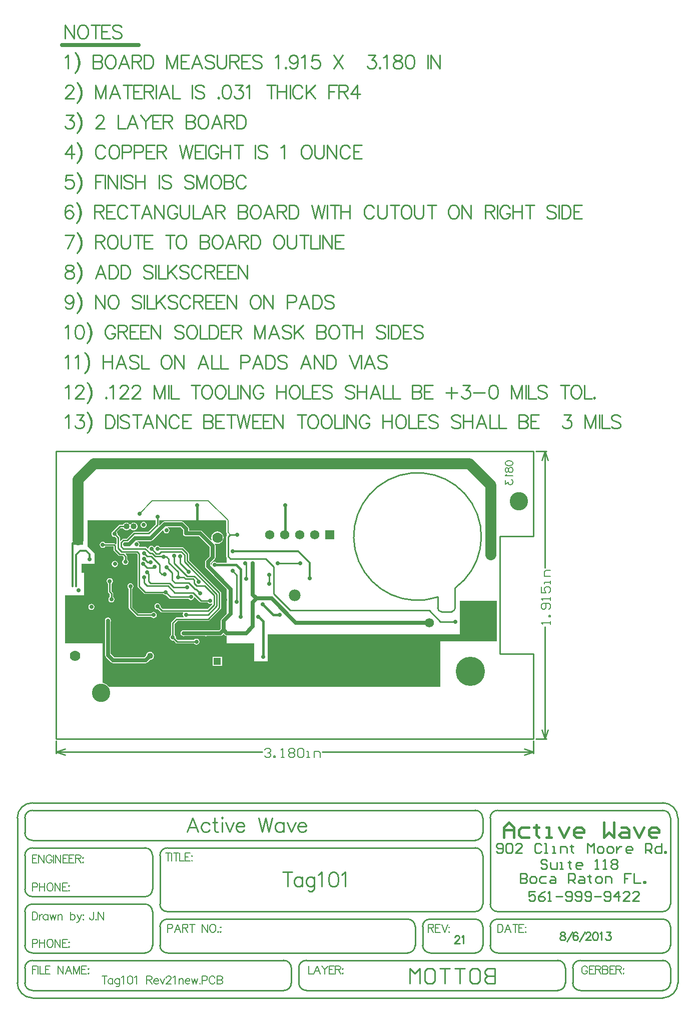
<source format=gbl>
%FSLAX25Y25*%
%MOIN*%
G70*
G01*
G75*
G04 Layer_Physical_Order=2*
G04 Layer_Color=16711680*
%ADD10R,0.08000X0.03500*%
%ADD11R,0.05000X0.03600*%
%ADD12R,0.03600X0.03600*%
%ADD13R,0.03000X0.03000*%
%ADD14R,0.02362X0.02362*%
%ADD15R,0.03000X0.03000*%
%ADD16C,0.04000*%
%ADD17R,0.07400X0.04500*%
%ADD18C,0.01200*%
%ADD19R,0.10000X0.10000*%
%ADD20R,0.10000X0.07000*%
%ADD21O,0.02400X0.08000*%
%ADD22R,0.03600X0.03600*%
%ADD23R,0.03600X0.05000*%
%ADD24R,0.02362X0.10000*%
%ADD25R,0.02362X0.09000*%
%ADD26R,0.07000X0.02362*%
%ADD27R,0.09000X0.02362*%
%ADD28O,0.01600X0.06000*%
%ADD29R,0.06299X0.05118*%
%ADD30O,0.01600X0.06000*%
%ADD31R,0.02000X0.05000*%
%ADD32R,0.11000X0.04500*%
%ADD33R,0.11811X0.23622*%
%ADD34R,0.01378X0.03543*%
%ADD35R,0.01378X0.03543*%
%ADD36R,0.11024X0.05512*%
%ADD37R,0.07000X0.10000*%
%ADD38R,0.08000X0.12000*%
%ADD39C,0.02500*%
%ADD40C,0.04000*%
%ADD41C,0.01500*%
%ADD42C,0.00800*%
%ADD43C,0.01000*%
%ADD44C,0.01200*%
%ADD45C,0.02000*%
%ADD46C,0.01600*%
%ADD47C,0.01400*%
%ADD48C,0.07400*%
%ADD49C,0.00600*%
%ADD50C,0.00500*%
%ADD51C,0.00900*%
%ADD52C,0.06200*%
%ADD53R,0.06200X0.06200*%
%ADD54R,0.05000X0.05000*%
%ADD55C,0.07000*%
%ADD56C,0.12200*%
%ADD57C,0.07800*%
%ADD58C,0.19500*%
%ADD59C,0.02800*%
%ADD60R,0.07000X0.07000*%
%ADD61C,0.03000*%
G36*
X61378Y137965D02*
X56335Y132922D01*
X47100D01*
X47100Y132922D01*
X46671Y132836D01*
X46307Y132593D01*
X46307Y132593D01*
X42015Y128301D01*
X39780D01*
X39780Y128301D01*
X39351Y128216D01*
X38987Y127973D01*
X38987Y127973D01*
X37984Y126970D01*
X37522Y127161D01*
Y129000D01*
X37436Y129429D01*
X37193Y129793D01*
X37193Y129793D01*
X35864Y131122D01*
X35939Y131500D01*
X35784Y132280D01*
X35456Y132770D01*
X37965Y135278D01*
X39550D01*
X39629Y135089D01*
X40046Y134546D01*
X40589Y134129D01*
X41221Y133867D01*
X41900Y133778D01*
X42579Y133867D01*
X43211Y134129D01*
X43754Y134546D01*
X44050Y134931D01*
X44550D01*
X44846Y134546D01*
X45389Y134129D01*
X46021Y133867D01*
X46700Y133778D01*
X47379Y133867D01*
X48011Y134129D01*
X48554Y134546D01*
X48971Y135089D01*
X49233Y135721D01*
X49322Y136400D01*
X49233Y137079D01*
X48971Y137711D01*
X48554Y138254D01*
X48011Y138671D01*
X47379Y138933D01*
X46700Y139022D01*
X46021Y138933D01*
X45389Y138671D01*
X44846Y138254D01*
X44550Y137869D01*
X44050D01*
X43754Y138254D01*
X43211Y138671D01*
X42579Y138933D01*
X41900Y139022D01*
X41221Y138933D01*
X40589Y138671D01*
X40046Y138254D01*
X39629Y137711D01*
X39550Y137522D01*
X37500D01*
X37500Y137522D01*
X37071Y137436D01*
X36707Y137193D01*
X36707Y137193D01*
X33107Y133593D01*
X32864Y133229D01*
X32860Y133211D01*
X32458Y132942D01*
X32016Y132280D01*
X31861Y131500D01*
X32016Y130720D01*
X32458Y130058D01*
X33120Y129616D01*
X33900Y129461D01*
X34278Y129536D01*
X35278Y128535D01*
Y124861D01*
X34817Y124670D01*
X34493Y124993D01*
X34129Y125236D01*
X33700Y125322D01*
X33700Y125322D01*
X27770D01*
X27556Y125642D01*
X26894Y126084D01*
X26114Y126239D01*
X25333Y126084D01*
X24672Y125642D01*
X24230Y124980D01*
X24075Y124200D01*
X24230Y123420D01*
X24672Y122758D01*
X25333Y122316D01*
X26114Y122161D01*
X26894Y122316D01*
X27556Y122758D01*
X27770Y123078D01*
X33235D01*
X33278Y123035D01*
Y120900D01*
X33278Y120900D01*
X33364Y120471D01*
X33607Y120107D01*
X36607Y117107D01*
X36971Y116864D01*
X37400Y116778D01*
X37400Y116778D01*
X39335D01*
X40078Y116035D01*
Y114456D01*
X39758Y114242D01*
X39316Y113580D01*
X39161Y112800D01*
X39316Y112020D01*
X39758Y111358D01*
X40420Y110916D01*
X41200Y110761D01*
X41980Y110916D01*
X42642Y111358D01*
X43084Y112020D01*
X43239Y112800D01*
X43084Y113580D01*
X42642Y114242D01*
X42322Y114456D01*
Y116500D01*
X42322Y116500D01*
X42236Y116929D01*
X42236D01*
D01*
D01*
X42236Y116929D01*
D01*
D01*
D01*
D01*
X42236Y116929D01*
D01*
D01*
Y116929D01*
D01*
X42236D01*
D01*
D01*
X42236D01*
D01*
D01*
X41993Y117293D01*
X41993Y117293D01*
X41170Y118116D01*
X41361Y118578D01*
X48535D01*
X49278Y117835D01*
Y96600D01*
X49278Y96600D01*
X49364Y96171D01*
X49607Y95807D01*
X53607Y91807D01*
X53607Y91807D01*
X53971Y91564D01*
X54400Y91478D01*
X66344D01*
X66558Y91158D01*
X67220Y90716D01*
X68000Y90561D01*
X68378Y90636D01*
X70407Y88607D01*
X70407Y88607D01*
X70771Y88364D01*
X71200Y88278D01*
X83244D01*
X83458Y87958D01*
X84120Y87516D01*
X84900Y87361D01*
X85680Y87516D01*
X86342Y87958D01*
X86784Y88620D01*
X86931Y89359D01*
X87410Y89504D01*
X90807Y86107D01*
X90807Y86107D01*
X91171Y85864D01*
Y85864D01*
X91171Y85864D01*
D01*
D01*
D01*
X91171D01*
Y85864D01*
D01*
X91171Y85864D01*
X91171Y85864D01*
X91600Y85778D01*
X96044D01*
X96258Y85458D01*
X96920Y85016D01*
X97700Y84861D01*
X98480Y85016D01*
X98838Y85255D01*
X99074Y85128D01*
X99147Y84634D01*
X95935Y81422D01*
X65965D01*
X64564Y82822D01*
X64639Y83200D01*
X64484Y83980D01*
X64042Y84642D01*
X63380Y85084D01*
X62600Y85239D01*
X61820Y85084D01*
X61158Y84642D01*
X60716Y83980D01*
X60561Y83200D01*
X60716Y82420D01*
X61158Y81758D01*
X61820Y81316D01*
X62600Y81161D01*
X62978Y81236D01*
X64707Y79507D01*
X65071Y79264D01*
X65500Y79178D01*
X65500Y79178D01*
X79552D01*
X79788Y78737D01*
X79616Y78480D01*
X79461Y77700D01*
X79616Y76920D01*
X80055Y76262D01*
X79819Y75822D01*
X75400D01*
X75400Y75822D01*
X74971Y75736D01*
X74607Y75493D01*
X74607Y75493D01*
X72007Y72893D01*
X71764Y72529D01*
X71678Y72100D01*
X71678Y72100D01*
Y64056D01*
X71358Y63842D01*
X70916Y63180D01*
X70761Y62400D01*
X70916Y61620D01*
X71358Y60958D01*
X72020Y60516D01*
X72800Y60361D01*
X73178Y60436D01*
X74748Y58866D01*
X74748Y58866D01*
X75112Y58623D01*
Y58623D01*
X75112Y58623D01*
D01*
D01*
D01*
X75112D01*
Y58623D01*
D01*
X75112Y58623D01*
X75112Y58623D01*
X75541Y58538D01*
X75541Y58538D01*
X86885D01*
X87099Y58217D01*
X87761Y57775D01*
X88541Y57620D01*
X89321Y57775D01*
X89983Y58217D01*
X90425Y58879D01*
X90580Y59659D01*
X90425Y60439D01*
X89983Y61101D01*
X89321Y61543D01*
X88541Y61698D01*
X87761Y61543D01*
X87099Y61101D01*
X86885Y60781D01*
X76006D01*
X74764Y62022D01*
X74839Y62400D01*
X74684Y63180D01*
X74242Y63842D01*
X73922Y64056D01*
Y71635D01*
X75865Y73578D01*
X96200D01*
X96200Y73578D01*
X96629Y73664D01*
X96993Y73907D01*
X104593Y81507D01*
X104593Y81507D01*
X104836Y81871D01*
X104922Y82300D01*
Y92146D01*
X104922Y92146D01*
X104836Y92575D01*
X104593Y92939D01*
X83522Y114010D01*
Y118200D01*
X83436Y118629D01*
X83193Y118993D01*
X83193Y118993D01*
X79893Y122293D01*
X79529Y122536D01*
X79100Y122622D01*
X79100Y122622D01*
X64156D01*
X63942Y122942D01*
X63280Y123384D01*
X62500Y123539D01*
X61720Y123384D01*
X61058Y122942D01*
X60750Y122481D01*
X60250D01*
X59942Y122942D01*
X59280Y123384D01*
X58500Y123539D01*
X57720Y123384D01*
X57058Y122942D01*
X56616Y122280D01*
X56519Y121791D01*
X56040Y121646D01*
X55193Y122493D01*
X54829Y122736D01*
X54400Y122822D01*
X54400Y122822D01*
X50481D01*
X50245Y123263D01*
X50484Y123620D01*
X50639Y124400D01*
X50484Y125180D01*
X50042Y125842D01*
X49380Y126284D01*
X48600Y126439D01*
X48498Y126630D01*
X48581Y126714D01*
X58100D01*
X58822Y126857D01*
X59434Y127266D01*
X66021Y133853D01*
X66499Y133708D01*
X66616Y133120D01*
X67058Y132458D01*
X67720Y132016D01*
X68500Y131861D01*
X69280Y132016D01*
X69942Y132458D01*
X70384Y133120D01*
X70539Y133900D01*
X70384Y134680D01*
X69942Y135342D01*
X69280Y135784D01*
X68500Y135939D01*
X68575Y136014D01*
X77919D01*
X79814Y134119D01*
Y132569D01*
X79661Y131800D01*
X79816Y131020D01*
X80258Y130358D01*
X80920Y129916D01*
X81700Y129761D01*
X82469Y129914D01*
X90219D01*
X97414Y122719D01*
Y116681D01*
X94866Y114134D01*
X94457Y113522D01*
X94314Y112800D01*
Y109800D01*
X94314Y109800D01*
X94314D01*
X94457Y109078D01*
X94866Y108466D01*
X108598Y94735D01*
Y78265D01*
X105266Y74934D01*
X104857Y74322D01*
X104714Y73600D01*
X104714Y73600D01*
X104714D01*
X104714Y73600D01*
X104714D01*
Y68281D01*
X103619Y67186D01*
X95569D01*
X94800Y67339D01*
X94031Y67186D01*
X80769D01*
X80000Y67339D01*
X79220Y67184D01*
X78558Y66742D01*
X78116Y66080D01*
X77961Y65300D01*
X78116Y64520D01*
X78558Y63858D01*
X79220Y63416D01*
X80000Y63261D01*
X80769Y63414D01*
X94031D01*
X94800Y63261D01*
X95569Y63414D01*
X104400D01*
X105122Y63557D01*
X105734Y63966D01*
X106600Y64833D01*
X107466Y63966D01*
X108078Y63557D01*
X108598Y63454D01*
Y58600D01*
X127100D01*
Y46502D01*
X136000D01*
Y64500D01*
X264000D01*
Y87000D01*
X288500D01*
Y60000D01*
X251000D01*
Y29600D01*
X30222D01*
X29693Y30245D01*
X28673Y31082D01*
X27509Y31704D01*
X26246Y32087D01*
X26100Y32102D01*
Y41590D01*
X26109Y41600D01*
X26098D01*
Y58600D01*
X1098D01*
Y90600D01*
X13598D01*
Y105600D01*
X12098D01*
Y111600D01*
X20597D01*
Y118600D01*
X16097Y123100D01*
Y140600D01*
X61378D01*
Y137965D01*
D02*
G37*
G36*
X108480Y140078D02*
Y132500D01*
X108558Y132110D01*
X108598Y132051D01*
Y130129D01*
X108464Y129929D01*
X108378Y129500D01*
X108378Y129500D01*
Y116500D01*
X108378Y116500D01*
X108464Y116071D01*
X108598Y115871D01*
Y112276D01*
X102086D01*
X102042Y112342D01*
X101380Y112784D01*
X100600Y112939D01*
X99820Y112784D01*
X99158Y112342D01*
X98716Y111680D01*
X98584Y111016D01*
X98086Y111065D01*
Y112019D01*
X100634Y114566D01*
X101043Y115178D01*
X101067Y115298D01*
X101186Y115900D01*
Y123500D01*
X101067Y124102D01*
X101043Y124222D01*
X100649Y124811D01*
X100823Y125023D01*
X100988Y125188D01*
X101430Y125005D01*
X102500Y124865D01*
X103570Y125005D01*
X104568Y125419D01*
X105424Y126076D01*
X106081Y126932D01*
X106494Y127930D01*
X106635Y129000D01*
X106494Y130070D01*
X106081Y131068D01*
X105424Y131924D01*
X104568Y132581D01*
X103570Y132994D01*
X102500Y133135D01*
X101430Y132994D01*
X100432Y132581D01*
X99576Y131924D01*
X98919Y131068D01*
X98506Y130070D01*
X98365Y129000D01*
X98506Y127930D01*
X98699Y127462D01*
X98284Y127184D01*
X92334Y133134D01*
X91722Y133543D01*
X91000Y133686D01*
X83586D01*
Y134900D01*
D01*
D01*
D01*
D01*
X83586D01*
D01*
D01*
D01*
D01*
D01*
X83586D01*
Y134900D01*
D01*
D01*
Y134900D01*
D01*
D01*
D01*
D01*
D01*
D01*
D01*
D01*
D01*
D01*
D01*
D01*
Y134900D01*
D01*
X83586D01*
D01*
D01*
D01*
D01*
D01*
D01*
D01*
X83586Y134900D01*
D01*
D01*
D01*
D01*
D01*
D01*
D01*
D01*
X83443Y135622D01*
X83034Y136234D01*
X80034Y139234D01*
X79422Y139643D01*
X78700Y139786D01*
X67400D01*
X66678Y139643D01*
X66066Y139234D01*
X64054Y137222D01*
X63613Y137457D01*
X63622Y137500D01*
X63622Y137500D01*
Y140600D01*
X107958D01*
X108480Y140078D01*
D02*
G37*
%LPC*%
G36*
X44600Y98639D02*
X43820Y98484D01*
X43158Y98042D01*
X42716Y97380D01*
X42561Y96600D01*
X42716Y95820D01*
X43158Y95158D01*
X43478Y94944D01*
Y82100D01*
X43478Y82100D01*
X43564Y81671D01*
X43807Y81307D01*
X48507Y76607D01*
X48507Y76607D01*
X48871Y76364D01*
Y76364D01*
X48871Y76364D01*
D01*
D01*
D01*
X48871D01*
Y76364D01*
D01*
X48871Y76364D01*
X48871Y76364D01*
X49300Y76278D01*
X58344D01*
X58558Y75958D01*
X59220Y75516D01*
X60000Y75361D01*
X60780Y75516D01*
X61442Y75958D01*
X61884Y76620D01*
X62039Y77400D01*
X61884Y78180D01*
X61442Y78842D01*
X60780Y79284D01*
X60000Y79439D01*
X59220Y79284D01*
X58558Y78842D01*
X58344Y78522D01*
X49765D01*
X45722Y82565D01*
Y94944D01*
X46042Y95158D01*
X46484Y95820D01*
X46639Y96600D01*
X46484Y97380D01*
X46042Y98042D01*
X45380Y98484D01*
X44600Y98639D01*
D02*
G37*
G36*
X29600Y75739D02*
X28820Y75584D01*
X28158Y75142D01*
X27716Y74480D01*
X27561Y73700D01*
X27714Y72931D01*
Y50700D01*
X27714Y50700D01*
X27714D01*
X27857Y49978D01*
X28266Y49366D01*
X31766Y45866D01*
X32378Y45457D01*
X33100Y45314D01*
X54600D01*
X55322Y45457D01*
X55934Y45866D01*
X57652Y47584D01*
X58279Y47667D01*
X58911Y47929D01*
X59454Y48346D01*
X59871Y48889D01*
X60133Y49521D01*
X60222Y50200D01*
X60133Y50879D01*
X59871Y51511D01*
X59454Y52054D01*
X58911Y52471D01*
X58279Y52733D01*
X57600Y52822D01*
X56921Y52733D01*
X56289Y52471D01*
X55746Y52054D01*
X55329Y51511D01*
X55067Y50879D01*
X54984Y50252D01*
X53819Y49086D01*
X33881D01*
X31486Y51481D01*
Y72931D01*
X31639Y73700D01*
X31484Y74480D01*
X31042Y75142D01*
X30380Y75584D01*
X29600Y75739D01*
D02*
G37*
G36*
X105500Y49600D02*
X99300D01*
Y43400D01*
X105500D01*
Y49600D01*
D02*
G37*
G36*
X18600Y84839D02*
X17820Y84684D01*
X17158Y84242D01*
X16716Y83580D01*
X16561Y82800D01*
X16716Y82020D01*
X17158Y81358D01*
X17820Y80916D01*
X18600Y80761D01*
X19380Y80916D01*
X20042Y81358D01*
X20484Y82020D01*
X20639Y82800D01*
X20484Y83580D01*
X20042Y84242D01*
X19380Y84684D01*
X18600Y84839D01*
D02*
G37*
G36*
X53300Y139539D02*
X52520Y139384D01*
X51858Y138942D01*
X51416Y138280D01*
X51261Y137500D01*
X51416Y136720D01*
X51858Y136058D01*
X52520Y135616D01*
X53300Y135461D01*
X54080Y135616D01*
X54742Y136058D01*
X55184Y136720D01*
X55339Y137500D01*
X55184Y138280D01*
X54742Y138942D01*
X54080Y139384D01*
X53300Y139539D01*
D02*
G37*
G36*
X34200Y113439D02*
X33420Y113284D01*
X32758Y112842D01*
X32316Y112180D01*
X32161Y111400D01*
X32316Y110620D01*
X32758Y109958D01*
X33420Y109516D01*
X34200Y109361D01*
X34980Y109516D01*
X35642Y109958D01*
X36084Y110620D01*
X36239Y111400D01*
X36084Y112180D01*
X35642Y112842D01*
X34980Y113284D01*
X34200Y113439D01*
D02*
G37*
G36*
X30800Y102039D02*
X30020Y101884D01*
X29358Y101442D01*
X28916Y100780D01*
X28761Y100000D01*
X28916Y99220D01*
X29358Y98558D01*
X29678Y98344D01*
Y92900D01*
X29678Y92900D01*
X29764Y92471D01*
X30007Y92107D01*
X30778Y91335D01*
Y89456D01*
X30458Y89242D01*
X30016Y88580D01*
X29861Y87800D01*
X30016Y87020D01*
X30458Y86358D01*
X31120Y85916D01*
X31900Y85761D01*
X32680Y85916D01*
X33342Y86358D01*
X33784Y87020D01*
X33939Y87800D01*
X33784Y88580D01*
X33342Y89242D01*
X33022Y89456D01*
Y91800D01*
X32936Y92229D01*
X32693Y92593D01*
X32693Y92593D01*
X31922Y93365D01*
Y98344D01*
X32242Y98558D01*
X32684Y99220D01*
X32839Y100000D01*
X32684Y100780D01*
X32242Y101442D01*
X31580Y101884D01*
X30800Y102039D01*
D02*
G37*
%LPD*%
D16*
X57600Y50200D02*
D03*
X46700Y136400D02*
D03*
X41900D02*
D03*
D39*
X138500Y88500D02*
X154700Y72300D01*
X243800D01*
X81700Y131800D02*
X91000D01*
X99300Y123500D01*
Y115900D02*
Y123500D01*
X96200Y112800D02*
X99300Y115900D01*
X96200Y109800D02*
Y112800D01*
Y109800D02*
X111300Y94700D01*
Y78300D02*
Y94700D01*
X106600Y73600D02*
X111300Y78300D01*
X106600Y67500D02*
Y73600D01*
X40900Y124400D02*
X43600D01*
X94800Y65300D02*
X104400D01*
X80000D02*
X94800D01*
X67400Y137900D02*
X78700D01*
X33100Y47200D02*
X54600D01*
X57600Y50200D01*
X121500Y65300D02*
X126000Y69800D01*
X128500Y88500D02*
X138500D01*
X126000Y91000D02*
X128500Y88500D01*
X126000Y86000D02*
X128500Y88500D01*
X126000Y91000D02*
Y112000D01*
Y69800D02*
Y86000D01*
X29600Y50700D02*
X33100Y47200D01*
X29600Y50700D02*
Y73700D01*
X106600Y67500D02*
X108800Y65300D01*
X104400D02*
X106600Y67500D01*
X108800Y65300D02*
X121500D01*
X43600Y124400D02*
X47800Y128600D01*
X81700Y131800D02*
Y134900D01*
X47800Y128600D02*
X58100D01*
X67400Y137900D01*
X78700D02*
X81700Y134900D01*
X-1040Y457050D02*
X49960D01*
D41*
X132500Y84500D02*
X139500Y77500D01*
X144000D01*
X132900Y49600D02*
Y73300D01*
X130300Y75900D02*
X132900Y73300D01*
X89000Y137400D02*
Y150500D01*
X129800Y76300D02*
X130300Y75900D01*
X100600Y110900D02*
X114936D01*
X118100Y107736D01*
Y76300D02*
Y107736D01*
X147500Y131000D02*
Y150500D01*
X293352Y-70690D02*
Y-64025D01*
X296685Y-60693D01*
X300017Y-64025D01*
Y-70690D01*
Y-65691D01*
X293352D01*
X310014Y-64025D02*
X305015D01*
X303349Y-65691D01*
Y-69024D01*
X305015Y-70690D01*
X310014D01*
X315012Y-62359D02*
Y-64025D01*
X313346D01*
X316678D01*
X315012D01*
Y-69024D01*
X316678Y-70690D01*
X321676D02*
X325009D01*
X323342D01*
Y-64025D01*
X321676D01*
X330007D02*
X333339Y-70690D01*
X336672Y-64025D01*
X345002Y-70690D02*
X341670D01*
X340004Y-69024D01*
Y-65691D01*
X341670Y-64025D01*
X345002D01*
X346668Y-65691D01*
Y-67357D01*
X340004D01*
X359997Y-60693D02*
Y-70690D01*
X363330Y-67357D01*
X366662Y-70690D01*
Y-60693D01*
X371660Y-64025D02*
X374992D01*
X376659Y-65691D01*
Y-70690D01*
X371660D01*
X369994Y-69024D01*
X371660Y-67357D01*
X376659D01*
X379991Y-64025D02*
X383323Y-70690D01*
X386655Y-64025D01*
X394986Y-70690D02*
X391654D01*
X389988Y-69024D01*
Y-65691D01*
X391654Y-64025D01*
X394986D01*
X396652Y-65691D01*
Y-67357D01*
X389988D01*
D42*
X96400Y153600D02*
X109500Y140500D01*
X59100Y153600D02*
X96400D01*
X50500Y145000D02*
X59100Y153600D01*
X109500Y132500D02*
Y140500D01*
Y132500D02*
X111000Y131000D01*
X294301Y178772D02*
X294539Y179486D01*
X295253Y179962D01*
X296444Y180200D01*
X297158D01*
X298348Y179962D01*
X299062Y179486D01*
X299300Y178772D01*
Y178296D01*
X299062Y177582D01*
X298348Y177105D01*
X297158Y176867D01*
X296444D01*
X295253Y177105D01*
X294539Y177582D01*
X294301Y178296D01*
Y178772D01*
Y174558D02*
X294539Y175273D01*
X295015Y175511D01*
X295491D01*
X295967Y175273D01*
X296205Y174796D01*
X296444Y173844D01*
X296681Y173130D01*
X297158Y172654D01*
X297634Y172416D01*
X298348D01*
X298824Y172654D01*
X299062Y172892D01*
X299300Y173606D01*
Y174558D01*
X299062Y175273D01*
X298824Y175511D01*
X298348Y175749D01*
X297634D01*
X297158Y175511D01*
X296681Y175034D01*
X296444Y174320D01*
X296205Y173368D01*
X295967Y172892D01*
X295491Y172654D01*
X295015D01*
X294539Y172892D01*
X294301Y173606D01*
Y174558D01*
X295253Y171297D02*
X295015Y170821D01*
X294301Y170107D01*
X299300D01*
X294301Y167155D02*
Y164537D01*
X296205Y165965D01*
Y165251D01*
X296444Y164775D01*
X296681Y164537D01*
X297396Y164299D01*
X297872D01*
X298586Y164537D01*
X299062Y165013D01*
X299300Y165727D01*
Y166441D01*
X299062Y167155D01*
X298824Y167393D01*
X298348Y167631D01*
X20028Y-120491D02*
Y-124554D01*
X19774Y-125315D01*
X19520Y-125569D01*
X19012Y-125823D01*
X18504D01*
X17996Y-125569D01*
X17742Y-125315D01*
X17489Y-124554D01*
Y-124046D01*
X21653Y-125315D02*
X21399Y-125569D01*
X21653Y-125823D01*
X21907Y-125569D01*
X21653Y-125315D01*
X23075Y-120491D02*
Y-125823D01*
Y-120491D02*
X26629Y-125823D01*
Y-120491D02*
Y-125823D01*
D43*
X68500Y109300D02*
X72400Y105400D01*
Y100600D02*
Y105400D01*
X65400Y104700D02*
X67400D01*
X63911Y106189D02*
X65400Y104700D01*
X63911Y106189D02*
Y110989D01*
X58300Y116600D02*
X63911Y110989D01*
X70100Y112300D02*
X76300Y106100D01*
X61000Y116500D02*
X66700D01*
X70100Y112300D02*
Y114700D01*
X76300Y102600D02*
Y106100D01*
X72400Y100600D02*
X74200Y98800D01*
X83400D01*
X87500Y94700D01*
X88200D01*
X91100Y91800D01*
X73300Y95800D02*
X82400D01*
X70500Y98600D02*
X73300Y95800D01*
X69500Y96800D02*
X74100Y92200D01*
X86300D01*
X55700Y96800D02*
X69500D01*
X53500Y99000D02*
X55700Y96800D01*
X53500Y99000D02*
Y102500D01*
X76300Y102600D02*
X80100D01*
X81300Y101400D01*
X86200D01*
X86900Y100700D01*
Y98600D02*
Y100700D01*
Y98600D02*
X88500Y97000D01*
X89835Y99665D02*
Y100565D01*
Y99665D02*
X89850Y99650D01*
X73600Y111900D02*
Y117000D01*
Y111900D02*
X82200Y103300D01*
X77600Y111900D02*
X83300Y106200D01*
X77600Y111900D02*
Y116600D01*
X82200Y103300D02*
X87100D01*
X89835Y100565D01*
X80600Y112800D02*
X102100Y91300D01*
X80600Y112800D02*
Y117400D01*
X78400Y119600D02*
X80600Y117400D01*
X82400Y113546D02*
X103800Y92146D01*
X82400Y113546D02*
Y118200D01*
X79100Y121500D02*
X82400Y118200D01*
X102100Y83400D02*
Y91300D01*
X88500Y97000D02*
X93900D01*
X100400Y90500D01*
X63600Y118300D02*
X64900Y119600D01*
X61746Y118300D02*
X63600D01*
X58546Y121500D02*
X61746Y118300D01*
X64900Y119600D02*
X78400D01*
X86300Y92200D02*
X91600Y86900D01*
X97700D01*
X62500Y121500D02*
X79100D01*
X100400Y84300D02*
Y90500D01*
X96400Y80300D02*
X100400Y84300D01*
X65500Y80300D02*
X96400D01*
X62600Y83200D02*
X65500Y80300D01*
X96400Y77700D02*
X102100Y83400D01*
X81500Y77700D02*
X96400D01*
X103800Y82300D02*
Y92146D01*
X96200Y74700D02*
X103800Y82300D01*
X75400Y74700D02*
X96200D01*
X72800Y72100D02*
X75400Y74700D01*
X72800Y62400D02*
Y72100D01*
X62500Y137500D02*
Y143000D01*
X56800Y131800D02*
X62500Y137500D01*
X47100Y131800D02*
X56800D01*
X42480Y127180D02*
X47100Y131800D01*
X54400Y121700D02*
X57700Y118400D01*
X59100D01*
X61000Y116500D01*
X121000Y112000D02*
X121500Y111500D01*
Y101500D02*
Y111500D01*
X111000Y115000D02*
X134500D01*
X111000Y131000D02*
X115500D01*
X109500Y129500D02*
X111000Y131000D01*
X109500Y116500D02*
Y129500D01*
Y116500D02*
X111000Y115000D01*
X115300Y86300D02*
Y104000D01*
X112500Y106800D02*
X115300Y104000D01*
X44600Y82100D02*
Y96600D01*
Y82100D02*
X49300Y77400D01*
X60000D01*
X30800Y92900D02*
Y100000D01*
Y92900D02*
X31900Y91800D01*
Y87800D02*
Y91800D01*
X33900Y132800D02*
X37500Y136400D01*
X41900D01*
X49000Y119700D02*
X50433Y118267D01*
X33900Y131500D02*
Y132800D01*
Y131500D02*
X36400Y129000D01*
X72800Y62400D02*
X75541Y59659D01*
X88541D01*
X50400Y96600D02*
X54400Y92600D01*
X68000D02*
X71200Y89400D01*
X54400Y92600D02*
X68000D01*
X71200Y89400D02*
X84900D01*
X137000Y98300D02*
Y104300D01*
X50400Y96600D02*
Y118234D01*
X66700Y116300D02*
X68500D01*
X70100Y114700D01*
X55500Y116600D02*
X58300D01*
X53600Y118500D02*
X55500Y116600D01*
X140000Y91500D02*
Y109500D01*
X134500Y115000D02*
X140000Y109500D01*
Y91500D02*
X151000Y80500D01*
X53600Y114900D02*
X56013Y112487D01*
X142500Y112000D02*
X157500D01*
X56013Y112487D02*
X58013D01*
X56500Y100000D02*
X57900Y98600D01*
X70500D01*
X56500Y100000D02*
Y105000D01*
X55500Y106000D02*
X56500Y105000D01*
X60000Y109000D02*
X60500Y109500D01*
X53000Y111500D02*
X55500Y109000D01*
X60000D01*
X34400Y120900D02*
X37400Y117900D01*
X39700Y121700D02*
X54400D01*
X41200Y112800D02*
Y116500D01*
X39800Y117900D02*
X41200Y116500D01*
X37400Y117900D02*
X39800D01*
X38600Y119700D02*
X49000D01*
X34400Y120900D02*
Y123500D01*
X33700Y124200D02*
X34400Y123500D01*
X26114Y124200D02*
X33700D01*
X36400Y121900D02*
X38600Y119700D01*
X36400Y121900D02*
Y129000D01*
X38200Y123200D02*
X39700Y121700D01*
X38200Y123200D02*
Y125600D01*
X39780Y127180D01*
X42480D01*
X151000Y80500D02*
X243500D01*
X251000Y73000D01*
X261000D01*
X287261Y-157970D02*
Y-167967D01*
X282262D01*
X280596Y-166301D01*
Y-164635D01*
X282262Y-162969D01*
X287261D01*
X282262D01*
X280596Y-161302D01*
Y-159636D01*
X282262Y-157970D01*
X287261D01*
X272266D02*
X275598D01*
X277264Y-159636D01*
Y-166301D01*
X275598Y-167967D01*
X272266D01*
X270599Y-166301D01*
Y-159636D01*
X272266Y-157970D01*
X267267D02*
X260603D01*
X263935D01*
Y-167967D01*
X257270Y-157970D02*
X250606D01*
X253938D01*
Y-167967D01*
X242275Y-157970D02*
X245607D01*
X247273Y-159636D01*
Y-166301D01*
X245607Y-167967D01*
X242275D01*
X240609Y-166301D01*
Y-159636D01*
X242275Y-157970D01*
X237277Y-167967D02*
Y-157970D01*
X233945Y-161302D01*
X230612Y-157970D01*
Y-167967D01*
X314500Y186500D02*
X321600D01*
X314500Y-5000D02*
X321600D01*
X320600Y108744D02*
Y186500D01*
Y-5000D02*
Y69556D01*
X318600Y180500D02*
X320600Y186500D01*
X322600Y180500D01*
X320600Y-5000D02*
X322600Y1000D01*
X318600D02*
X320600Y-5000D01*
X313000Y-14900D02*
Y-6500D01*
X-5000Y-14900D02*
Y-6500D01*
X172494Y-13900D02*
X313000D01*
X-5000D02*
X132306D01*
X307000Y-11900D02*
X313000Y-13900D01*
X307000Y-15900D02*
X313000Y-13900D01*
X-5000D02*
X1000Y-15900D01*
X-5000Y-13900D02*
X1000Y-11900D01*
X258500Y79700D02*
G03*
X260800Y82000I0J2300D01*
G01*
X249300D02*
G03*
X251600Y79700I2300J0D01*
G01*
X260785Y95320D02*
G03*
X249300Y89401I-24985J34380D01*
G01*
X-5000Y-5000D02*
X313000D01*
X290500Y130000D02*
X313000D01*
X290500Y51400D02*
X313000D01*
X-5000Y-5000D02*
Y186500D01*
X313000Y-5000D02*
Y51400D01*
X290500D02*
Y130000D01*
X313000D02*
Y186500D01*
X-5000D02*
X313000D01*
X260800Y82000D02*
Y95300D01*
X251600Y79700D02*
X258500D01*
X249300Y82000D02*
Y89400D01*
X151692Y-157718D02*
G03*
X146692Y-152718I-5000J0D01*
G01*
X146808Y-172718D02*
G03*
X151690Y-167750I84J4800D01*
G01*
X161692Y-152718D02*
G03*
X156692Y-157718I0J-5000D01*
G01*
Y-167718D02*
G03*
X161605Y-172717I5000J0D01*
G01*
X334192Y-157718D02*
G03*
X329192Y-152718I-5000J0D01*
G01*
X329308Y-172718D02*
G03*
X334190Y-167750I84J4800D01*
G01*
X339192Y-167818D02*
G03*
X344178Y-172717I4900J0D01*
G01*
X344192Y-152718D02*
G03*
X339192Y-157718I0J-5000D01*
G01*
X59192Y-82618D02*
G03*
X54292Y-77718I-4900J0D01*
G01*
X54392Y-110218D02*
G03*
X59192Y-105418I0J4800D01*
G01*
Y-120118D02*
G03*
X54121Y-115221I-4900J0D01*
G01*
X64192Y-115318D02*
G03*
X69092Y-120218I4900J0D01*
G01*
X64192Y-142818D02*
G03*
X69092Y-147718I4900J0D01*
G01*
X54292D02*
G03*
X59192Y-142818I0J4900D01*
G01*
X234192Y-130118D02*
G03*
X229292Y-125218I-4900J0D01*
G01*
Y-147718D02*
G03*
X234191Y-142732I0J4900D01*
G01*
X239192Y-142618D02*
G03*
X244203Y-147717I5100J0D01*
G01*
X243992Y-125218D02*
G03*
X239199Y-130269I0J-4800D01*
G01*
X69192Y-125218D02*
G03*
X64192Y-130218I0J-5000D01*
G01*
X69192Y-77718D02*
G03*
X64192Y-82718I0J-5000D01*
G01*
X-25808Y-142718D02*
G03*
X-20895Y-147717I5000J0D01*
G01*
X-20808Y-115218D02*
G03*
X-25808Y-120218I0J-5000D01*
G01*
Y-105218D02*
G03*
X-20808Y-110218I5000J0D01*
G01*
Y-77718D02*
G03*
X-25808Y-82718I0J-5000D01*
G01*
Y-67718D02*
G03*
X-20808Y-72718I5000J0D01*
G01*
Y-52718D02*
G03*
X-25808Y-57718I0J-5000D01*
G01*
X279192D02*
G03*
X274192Y-52718I-5000J0D01*
G01*
X289192D02*
G03*
X284192Y-57718I0J-5000D01*
G01*
X274192Y-72718D02*
G03*
X279192Y-67718I0J5000D01*
G01*
Y-82718D02*
G03*
X274192Y-77718I-5000J0D01*
G01*
X-20808Y-152718D02*
G03*
X-25808Y-157718I0J-5000D01*
G01*
X274279Y-120218D02*
G03*
X279193Y-115218I-87J5000D01*
G01*
X-25808Y-167718D02*
G03*
X-20895Y-172717I5000J0D01*
G01*
X279192Y-130118D02*
G03*
X274292Y-125218I-4900J0D01*
G01*
X284192Y-142818D02*
G03*
X289177Y-147717I4900J0D01*
G01*
X274192Y-147718D02*
G03*
X279192Y-142718I0J5000D01*
G01*
X399192Y-172718D02*
G03*
X404192Y-167718I0J5000D01*
G01*
X404192Y-157630D02*
G03*
X399192Y-152717I-5000J-87D01*
G01*
Y-147718D02*
G03*
X404192Y-142718I0J5000D01*
G01*
Y-57618D02*
G03*
X399121Y-52721I-4900J0D01*
G01*
X409192Y-57718D02*
G03*
X399192Y-47718I-10000J0D01*
G01*
Y-177718D02*
G03*
X409192Y-167718I0J10000D01*
G01*
X-30808Y-167618D02*
G03*
X-20884Y-177716I10100J0D01*
G01*
X-20808Y-47718D02*
G03*
X-30808Y-57718I0J-10000D01*
G01*
X284192Y-115218D02*
G03*
X289192Y-120218I5000J0D01*
G01*
X399192D02*
G03*
X404192Y-115218I0J5000D01*
G01*
X289192Y-125218D02*
G03*
X284192Y-130218I0J-5000D01*
G01*
X404192Y-130118D02*
G03*
X399292Y-125218I-4900J0D01*
G01*
X161692Y-172718D02*
X329192D01*
X-20808D02*
X146692D01*
X-20808Y-152718D02*
X146692D01*
X161692D02*
X329192D01*
X344192Y-172718D02*
X399192D01*
X344192Y-152718D02*
X399192D01*
X-20808Y-52718D02*
X274192D01*
X-20808Y-177718D02*
X399192D01*
X-20808Y-47718D02*
X399192D01*
X-20808Y-147718D02*
X54192D01*
X-20808Y-115218D02*
X54192D01*
X-20808Y-110218D02*
X54192D01*
X-20808Y-77718D02*
X54192D01*
X-20808Y-72718D02*
X274192D01*
X69192Y-77718D02*
X274192D01*
X69192Y-125218D02*
X229192D01*
X69192Y-147718D02*
X229192D01*
X244192D02*
X274192D01*
X244192Y-125218D02*
X274192D01*
X289192Y-147718D02*
X399192D01*
X289192Y-52718D02*
X399192D01*
X69192Y-120218D02*
X274192D01*
X289192D02*
X399192D01*
X289192Y-125218D02*
X399192D01*
X151692Y-167718D02*
Y-157718D01*
X156692Y-167718D02*
Y-157718D01*
X334192Y-167718D02*
Y-157718D01*
X339192Y-167718D02*
Y-157718D01*
X409192Y-167718D02*
Y-57718D01*
X-25808Y-142718D02*
Y-120218D01*
X59192Y-142718D02*
Y-120218D01*
X-25808Y-105218D02*
Y-82718D01*
X59192Y-105218D02*
Y-82718D01*
X-25808Y-67718D02*
Y-57718D01*
X279192Y-67718D02*
Y-57718D01*
Y-115218D02*
Y-82718D01*
X64192Y-115218D02*
Y-82718D01*
X234192Y-142718D02*
Y-130218D01*
X64192Y-142718D02*
Y-130218D01*
X239192Y-142718D02*
Y-130218D01*
X279192Y-142718D02*
Y-130218D01*
X404192Y-167718D02*
Y-157718D01*
X-25808Y-167718D02*
Y-157718D01*
X-30808Y-167718D02*
Y-57718D01*
X284192Y-115218D02*
Y-57718D01*
X404192Y-115218D02*
Y-57718D01*
X284192Y-142718D02*
Y-130218D01*
X404192Y-142718D02*
Y-130118D01*
X304352Y-94792D02*
Y-101190D01*
X307551D01*
X308617Y-100123D01*
Y-99057D01*
X307551Y-97991D01*
X304352D01*
X307551D01*
X308617Y-96925D01*
Y-95858D01*
X307551Y-94792D01*
X304352D01*
X311817Y-101190D02*
X313949D01*
X315016Y-100123D01*
Y-97991D01*
X313949Y-96925D01*
X311817D01*
X310750Y-97991D01*
Y-100123D01*
X311817Y-101190D01*
X321413Y-96925D02*
X318214D01*
X317148Y-97991D01*
Y-100123D01*
X318214Y-101190D01*
X321413D01*
X324612Y-96925D02*
X326745D01*
X327811Y-97991D01*
Y-101190D01*
X324612D01*
X323546Y-100123D01*
X324612Y-99057D01*
X327811D01*
X336342Y-101190D02*
Y-94792D01*
X339541D01*
X340607Y-95858D01*
Y-97991D01*
X339541Y-99057D01*
X336342D01*
X338474D02*
X340607Y-101190D01*
X343806Y-96925D02*
X345939D01*
X347005Y-97991D01*
Y-101190D01*
X343806D01*
X342740Y-100123D01*
X343806Y-99057D01*
X347005D01*
X350204Y-95858D02*
Y-96925D01*
X349138D01*
X351270D01*
X350204D01*
Y-100123D01*
X351270Y-101190D01*
X355536D02*
X357668D01*
X358735Y-100123D01*
Y-97991D01*
X357668Y-96925D01*
X355536D01*
X354469Y-97991D01*
Y-100123D01*
X355536Y-101190D01*
X360867D02*
Y-96925D01*
X364066D01*
X365133Y-97991D01*
Y-101190D01*
X377928Y-94792D02*
X373663D01*
Y-97991D01*
X375796D01*
X373663D01*
Y-101190D01*
X380061Y-94792D02*
Y-101190D01*
X384326D01*
X386459D02*
Y-100123D01*
X387525D01*
Y-101190D01*
X386459D01*
X288352Y-80123D02*
X289419Y-81190D01*
X291551D01*
X292618Y-80123D01*
Y-75858D01*
X291551Y-74792D01*
X289419D01*
X288352Y-75858D01*
Y-76925D01*
X289419Y-77991D01*
X292618D01*
X294750Y-75858D02*
X295816Y-74792D01*
X297949D01*
X299015Y-75858D01*
Y-80123D01*
X297949Y-81190D01*
X295816D01*
X294750Y-80123D01*
Y-75858D01*
X305413Y-81190D02*
X301148D01*
X305413Y-76925D01*
Y-75858D01*
X304347Y-74792D01*
X302214D01*
X301148Y-75858D01*
X318209D02*
X317143Y-74792D01*
X315010D01*
X313944Y-75858D01*
Y-80123D01*
X315010Y-81190D01*
X317143D01*
X318209Y-80123D01*
X320342Y-81190D02*
X322475D01*
X321408D01*
Y-74792D01*
X320342D01*
X325674Y-81190D02*
X327806D01*
X326740D01*
Y-76925D01*
X325674D01*
X331005Y-81190D02*
Y-76925D01*
X334204D01*
X335270Y-77991D01*
Y-81190D01*
X338469Y-75858D02*
Y-76925D01*
X337403D01*
X339536D01*
X338469D01*
Y-80123D01*
X339536Y-81190D01*
X349133D02*
Y-74792D01*
X351265Y-76925D01*
X353398Y-74792D01*
Y-81190D01*
X356597D02*
X358730D01*
X359796Y-80123D01*
Y-77991D01*
X358730Y-76925D01*
X356597D01*
X355531Y-77991D01*
Y-80123D01*
X356597Y-81190D01*
X362995D02*
X365127D01*
X366194Y-80123D01*
Y-77991D01*
X365127Y-76925D01*
X362995D01*
X361928Y-77991D01*
Y-80123D01*
X362995Y-81190D01*
X368326Y-76925D02*
Y-81190D01*
Y-79057D01*
X369393Y-77991D01*
X370459Y-76925D01*
X371525D01*
X377923Y-81190D02*
X375791D01*
X374724Y-80123D01*
Y-77991D01*
X375791Y-76925D01*
X377923D01*
X378990Y-77991D01*
Y-79057D01*
X374724D01*
X387520Y-81190D02*
Y-74792D01*
X390719D01*
X391785Y-75858D01*
Y-77991D01*
X390719Y-79057D01*
X387520D01*
X389653D02*
X391785Y-81190D01*
X398183Y-74792D02*
Y-81190D01*
X394984D01*
X393918Y-80123D01*
Y-77991D01*
X394984Y-76925D01*
X398183D01*
X400316Y-81190D02*
Y-80123D01*
X401382D01*
Y-81190D01*
X400316D01*
X314118Y-106792D02*
X309852D01*
Y-109991D01*
X311985Y-108924D01*
X313051D01*
X314118Y-109991D01*
Y-112123D01*
X313051Y-113190D01*
X310919D01*
X309852Y-112123D01*
X320515Y-106792D02*
X318383Y-107858D01*
X316250Y-109991D01*
Y-112123D01*
X317317Y-113190D01*
X319449D01*
X320515Y-112123D01*
Y-111057D01*
X319449Y-109991D01*
X316250D01*
X322648Y-113190D02*
X324781D01*
X323714D01*
Y-106792D01*
X322648Y-107858D01*
X327980Y-109991D02*
X332245D01*
X334378Y-112123D02*
X335444Y-113190D01*
X337577D01*
X338643Y-112123D01*
Y-107858D01*
X337577Y-106792D01*
X335444D01*
X334378Y-107858D01*
Y-108924D01*
X335444Y-109991D01*
X338643D01*
X340776Y-112123D02*
X341842Y-113190D01*
X343974D01*
X345041Y-112123D01*
Y-107858D01*
X343974Y-106792D01*
X341842D01*
X340776Y-107858D01*
Y-108924D01*
X341842Y-109991D01*
X345041D01*
X347174Y-112123D02*
X348240Y-113190D01*
X350373D01*
X351439Y-112123D01*
Y-107858D01*
X350373Y-106792D01*
X348240D01*
X347174Y-107858D01*
Y-108924D01*
X348240Y-109991D01*
X351439D01*
X353571D02*
X357837D01*
X359969Y-112123D02*
X361036Y-113190D01*
X363168D01*
X364235Y-112123D01*
Y-107858D01*
X363168Y-106792D01*
X361036D01*
X359969Y-107858D01*
Y-108924D01*
X361036Y-109991D01*
X364235D01*
X369566Y-113190D02*
Y-106792D01*
X366367Y-109991D01*
X370633D01*
X377030Y-113190D02*
X372765D01*
X377030Y-108924D01*
Y-107858D01*
X375964Y-106792D01*
X373832D01*
X372765Y-107858D01*
X383428Y-113190D02*
X379163D01*
X383428Y-108924D01*
Y-107858D01*
X382362Y-106792D01*
X380229D01*
X379163Y-107858D01*
X322117Y-86358D02*
X321051Y-85292D01*
X318919D01*
X317852Y-86358D01*
Y-87424D01*
X318919Y-88491D01*
X321051D01*
X322117Y-89557D01*
Y-90623D01*
X321051Y-91690D01*
X318919D01*
X317852Y-90623D01*
X324250Y-87424D02*
Y-90623D01*
X325317Y-91690D01*
X328516D01*
Y-87424D01*
X330648Y-91690D02*
X332781D01*
X331714D01*
Y-87424D01*
X330648D01*
X337046Y-86358D02*
Y-87424D01*
X335980D01*
X338112D01*
X337046D01*
Y-90623D01*
X338112Y-91690D01*
X344510D02*
X342378D01*
X341311Y-90623D01*
Y-88491D01*
X342378Y-87424D01*
X344510D01*
X345577Y-88491D01*
Y-89557D01*
X341311D01*
X354107Y-91690D02*
X356240D01*
X355173D01*
Y-85292D01*
X354107Y-86358D01*
X359439Y-91690D02*
X361571D01*
X360505D01*
Y-85292D01*
X359439Y-86358D01*
X364770D02*
X365837Y-85292D01*
X367969D01*
X369036Y-86358D01*
Y-87424D01*
X367969Y-88491D01*
X369036Y-89557D01*
Y-90623D01*
X367969Y-91690D01*
X365837D01*
X364770Y-90623D01*
Y-89557D01*
X365837Y-88491D01*
X364770Y-87424D01*
Y-86358D01*
X365837Y-88491D02*
X367969D01*
X1060Y209034D02*
X1917Y209463D01*
X3202Y210748D01*
Y201750D01*
X8515Y210748D02*
X13228D01*
X10658Y207320D01*
X11943D01*
X12800Y206892D01*
X13228Y206463D01*
X13657Y205178D01*
Y204321D01*
X13228Y203035D01*
X12371Y202179D01*
X11086Y201750D01*
X9801D01*
X8515Y202179D01*
X8087Y202607D01*
X7658Y203464D01*
X15671Y212462D02*
X16528Y211605D01*
X17385Y210320D01*
X18242Y208606D01*
X18670Y206463D01*
Y204749D01*
X18242Y202607D01*
X17385Y200893D01*
X16528Y199608D01*
X15671Y198751D01*
X16528Y211605D02*
X17385Y209891D01*
X17813Y208606D01*
X18242Y206463D01*
Y204749D01*
X17813Y202607D01*
X17385Y201322D01*
X16528Y199608D01*
X27925Y210748D02*
Y201750D01*
Y210748D02*
X30925D01*
X32210Y210320D01*
X33067Y209463D01*
X33496Y208606D01*
X33924Y207320D01*
Y205178D01*
X33496Y203892D01*
X33067Y203035D01*
X32210Y202179D01*
X30925Y201750D01*
X27925D01*
X35938Y210748D02*
Y201750D01*
X43822Y209463D02*
X42965Y210320D01*
X41679Y210748D01*
X39966D01*
X38680Y210320D01*
X37823Y209463D01*
Y208606D01*
X38252Y207749D01*
X38680Y207320D01*
X39537Y206892D01*
X42108Y206035D01*
X42965Y205606D01*
X43393Y205178D01*
X43822Y204321D01*
Y203035D01*
X42965Y202179D01*
X41679Y201750D01*
X39966D01*
X38680Y202179D01*
X37823Y203035D01*
X48835Y210748D02*
Y201750D01*
X45836Y210748D02*
X51834D01*
X59761Y201750D02*
X56334Y210748D01*
X52906Y201750D01*
X54191Y204749D02*
X58476D01*
X61861Y210748D02*
Y201750D01*
Y210748D02*
X67860Y201750D01*
Y210748D02*
Y201750D01*
X76772Y208606D02*
X76344Y209463D01*
X75486Y210320D01*
X74629Y210748D01*
X72916D01*
X72059Y210320D01*
X71202Y209463D01*
X70773Y208606D01*
X70345Y207320D01*
Y205178D01*
X70773Y203892D01*
X71202Y203035D01*
X72059Y202179D01*
X72916Y201750D01*
X74629D01*
X75486Y202179D01*
X76344Y203035D01*
X76772Y203892D01*
X84870Y210748D02*
X79300D01*
Y201750D01*
X84870D01*
X79300Y206463D02*
X82728D01*
X93440Y210748D02*
Y201750D01*
Y210748D02*
X97296D01*
X98582Y210320D01*
X99010Y209891D01*
X99439Y209034D01*
Y208177D01*
X99010Y207320D01*
X98582Y206892D01*
X97296Y206463D01*
X93440D02*
X97296D01*
X98582Y206035D01*
X99010Y205606D01*
X99439Y204749D01*
Y203464D01*
X99010Y202607D01*
X98582Y202179D01*
X97296Y201750D01*
X93440D01*
X107023Y210748D02*
X101452D01*
Y201750D01*
X107023D01*
X101452Y206463D02*
X104880D01*
X111522Y210748D02*
Y201750D01*
X108522Y210748D02*
X114521D01*
X115592D02*
X117735Y201750D01*
X119877Y210748D02*
X117735Y201750D01*
X119877Y210748D02*
X122019Y201750D01*
X124162Y210748D02*
X122019Y201750D01*
X131532Y210748D02*
X125961D01*
Y201750D01*
X131532D01*
X125961Y206463D02*
X129389D01*
X138602Y210748D02*
X133031D01*
Y201750D01*
X138602D01*
X133031Y206463D02*
X136459D01*
X140101Y210748D02*
Y201750D01*
Y210748D02*
X146100Y201750D01*
Y210748D02*
Y201750D01*
X158654Y210748D02*
Y201750D01*
X155655Y210748D02*
X161654D01*
X165296D02*
X164439Y210320D01*
X163582Y209463D01*
X163153Y208606D01*
X162725Y207320D01*
Y205178D01*
X163153Y203892D01*
X163582Y203035D01*
X164439Y202179D01*
X165296Y201750D01*
X167010D01*
X167867Y202179D01*
X168724Y203035D01*
X169152Y203892D01*
X169581Y205178D01*
Y207320D01*
X169152Y208606D01*
X168724Y209463D01*
X167867Y210320D01*
X167010Y210748D01*
X165296D01*
X174251D02*
X173394Y210320D01*
X172537Y209463D01*
X172109Y208606D01*
X171680Y207320D01*
Y205178D01*
X172109Y203892D01*
X172537Y203035D01*
X173394Y202179D01*
X174251Y201750D01*
X175965D01*
X176822Y202179D01*
X177679Y203035D01*
X178107Y203892D01*
X178536Y205178D01*
Y207320D01*
X178107Y208606D01*
X177679Y209463D01*
X176822Y210320D01*
X175965Y210748D01*
X174251D01*
X180635D02*
Y201750D01*
X185777D01*
X186763Y210748D02*
Y201750D01*
X188648Y210748D02*
Y201750D01*
Y210748D02*
X194647Y201750D01*
Y210748D02*
Y201750D01*
X203559Y208606D02*
X203131Y209463D01*
X202274Y210320D01*
X201417Y210748D01*
X199703D01*
X198846Y210320D01*
X197989Y209463D01*
X197560Y208606D01*
X197132Y207320D01*
Y205178D01*
X197560Y203892D01*
X197989Y203035D01*
X198846Y202179D01*
X199703Y201750D01*
X201417D01*
X202274Y202179D01*
X203131Y203035D01*
X203559Y203892D01*
Y205178D01*
X201417D02*
X203559D01*
X212686Y210748D02*
Y201750D01*
X218684Y210748D02*
Y201750D01*
X212686Y206463D02*
X218684D01*
X223740Y210748D02*
X222884Y210320D01*
X222026Y209463D01*
X221598Y208606D01*
X221169Y207320D01*
Y205178D01*
X221598Y203892D01*
X222026Y203035D01*
X222884Y202179D01*
X223740Y201750D01*
X225454D01*
X226311Y202179D01*
X227168Y203035D01*
X227597Y203892D01*
X228025Y205178D01*
Y207320D01*
X227597Y208606D01*
X227168Y209463D01*
X226311Y210320D01*
X225454Y210748D01*
X223740D01*
X230125D02*
Y201750D01*
X235266D01*
X241822Y210748D02*
X236252D01*
Y201750D01*
X241822D01*
X236252Y206463D02*
X239680D01*
X249321Y209463D02*
X248464Y210320D01*
X247178Y210748D01*
X245464D01*
X244179Y210320D01*
X243322Y209463D01*
Y208606D01*
X243750Y207749D01*
X244179Y207320D01*
X245036Y206892D01*
X247607Y206035D01*
X248464Y205606D01*
X248892Y205178D01*
X249321Y204321D01*
Y203035D01*
X248464Y202179D01*
X247178Y201750D01*
X245464D01*
X244179Y202179D01*
X243322Y203035D01*
X264403Y209463D02*
X263546Y210320D01*
X262261Y210748D01*
X260547D01*
X259261Y210320D01*
X258404Y209463D01*
Y208606D01*
X258833Y207749D01*
X259261Y207320D01*
X260118Y206892D01*
X262689Y206035D01*
X263546Y205606D01*
X263975Y205178D01*
X264403Y204321D01*
Y203035D01*
X263546Y202179D01*
X262261Y201750D01*
X260547D01*
X259261Y202179D01*
X258404Y203035D01*
X266417Y210748D02*
Y201750D01*
X272416Y210748D02*
Y201750D01*
X266417Y206463D02*
X272416D01*
X281757Y201750D02*
X278329Y210748D01*
X274901Y201750D01*
X276186Y204749D02*
X280471D01*
X283856Y210748D02*
Y201750D01*
X288998D01*
X289983Y210748D02*
Y201750D01*
X295125D01*
X303181Y210748D02*
Y201750D01*
Y210748D02*
X307037D01*
X308322Y210320D01*
X308751Y209891D01*
X309179Y209034D01*
Y208177D01*
X308751Y207320D01*
X308322Y206892D01*
X307037Y206463D01*
X303181D02*
X307037D01*
X308322Y206035D01*
X308751Y205606D01*
X309179Y204749D01*
Y203464D01*
X308751Y202607D01*
X308322Y202179D01*
X307037Y201750D01*
X303181D01*
X316763Y210748D02*
X311193D01*
Y201750D01*
X316763D01*
X311193Y206463D02*
X314621D01*
X333260Y210748D02*
X337973D01*
X335402Y207320D01*
X336688D01*
X337545Y206892D01*
X337973Y206463D01*
X338402Y205178D01*
Y204321D01*
X337973Y203035D01*
X337116Y202179D01*
X335831Y201750D01*
X334545D01*
X333260Y202179D01*
X332831Y202607D01*
X332403Y203464D01*
X347485Y210748D02*
Y201750D01*
Y210748D02*
X350913Y201750D01*
X354341Y210748D02*
X350913Y201750D01*
X354341Y210748D02*
Y201750D01*
X356912Y210748D02*
Y201750D01*
X358797Y210748D02*
Y201750D01*
X363939D01*
X370923Y209463D02*
X370066Y210320D01*
X368781Y210748D01*
X367067D01*
X365781Y210320D01*
X364924Y209463D01*
Y208606D01*
X365353Y207749D01*
X365781Y207320D01*
X366638Y206892D01*
X369209Y206035D01*
X370066Y205606D01*
X370495Y205178D01*
X370923Y204321D01*
Y203035D01*
X370066Y202179D01*
X368781Y201750D01*
X367067D01*
X365781Y202179D01*
X364924Y203035D01*
X960Y248834D02*
X1817Y249263D01*
X3102Y250548D01*
Y241550D01*
X7558Y248834D02*
X8415Y249263D01*
X9701Y250548D01*
Y241550D01*
X14157Y252262D02*
X15014Y251405D01*
X15871Y250120D01*
X16728Y248406D01*
X17156Y246263D01*
Y244549D01*
X16728Y242407D01*
X15871Y240693D01*
X15014Y239408D01*
X14157Y238551D01*
X15014Y251405D02*
X15871Y249691D01*
X16299Y248406D01*
X16728Y246263D01*
Y244549D01*
X16299Y242407D01*
X15871Y241122D01*
X15014Y239408D01*
X26411Y250548D02*
Y241550D01*
X32410Y250548D02*
Y241550D01*
X26411Y246263D02*
X32410D01*
X41751Y241550D02*
X38323Y250548D01*
X34895Y241550D01*
X36181Y244549D02*
X40465D01*
X49849Y249263D02*
X48992Y250120D01*
X47707Y250548D01*
X45993D01*
X44707Y250120D01*
X43850Y249263D01*
Y248406D01*
X44279Y247549D01*
X44707Y247120D01*
X45564Y246692D01*
X48135Y245835D01*
X48992Y245406D01*
X49421Y244978D01*
X49849Y244121D01*
Y242835D01*
X48992Y241979D01*
X47707Y241550D01*
X45993D01*
X44707Y241979D01*
X43850Y242835D01*
X51863Y250548D02*
Y241550D01*
X57005D01*
X67631Y250548D02*
X66774Y250120D01*
X65917Y249263D01*
X65489Y248406D01*
X65060Y247120D01*
Y244978D01*
X65489Y243692D01*
X65917Y242835D01*
X66774Y241979D01*
X67631Y241550D01*
X69345D01*
X70202Y241979D01*
X71059Y242835D01*
X71487Y243692D01*
X71916Y244978D01*
Y247120D01*
X71487Y248406D01*
X71059Y249263D01*
X70202Y250120D01*
X69345Y250548D01*
X67631D01*
X74015D02*
Y241550D01*
Y250548D02*
X80014Y241550D01*
Y250548D02*
Y241550D01*
X96425D02*
X92997Y250548D01*
X89569Y241550D01*
X90855Y244549D02*
X95139D01*
X98524Y250548D02*
Y241550D01*
X103666D01*
X104652Y250548D02*
Y241550D01*
X109793D01*
X117849Y245835D02*
X121705D01*
X122991Y246263D01*
X123419Y246692D01*
X123847Y247549D01*
Y248834D01*
X123419Y249691D01*
X122991Y250120D01*
X121705Y250548D01*
X117849D01*
Y241550D01*
X132717D02*
X129289Y250548D01*
X125861Y241550D01*
X127147Y244549D02*
X131432D01*
X134817Y250548D02*
Y241550D01*
Y250548D02*
X137816D01*
X139101Y250120D01*
X139958Y249263D01*
X140387Y248406D01*
X140815Y247120D01*
Y244978D01*
X140387Y243692D01*
X139958Y242835D01*
X139101Y241979D01*
X137816Y241550D01*
X134817D01*
X148828Y249263D02*
X147971Y250120D01*
X146686Y250548D01*
X144972D01*
X143686Y250120D01*
X142829Y249263D01*
Y248406D01*
X143258Y247549D01*
X143686Y247120D01*
X144543Y246692D01*
X147114Y245835D01*
X147971Y245406D01*
X148399Y244978D01*
X148828Y244121D01*
Y242835D01*
X147971Y241979D01*
X146686Y241550D01*
X144972D01*
X143686Y241979D01*
X142829Y242835D01*
X164767Y241550D02*
X161339Y250548D01*
X157912Y241550D01*
X159197Y244549D02*
X163482D01*
X166867Y250548D02*
Y241550D01*
Y250548D02*
X172866Y241550D01*
Y250548D02*
Y241550D01*
X175351Y250548D02*
Y241550D01*
Y250548D02*
X178350D01*
X179636Y250120D01*
X180493Y249263D01*
X180921Y248406D01*
X181350Y247120D01*
Y244978D01*
X180921Y243692D01*
X180493Y242835D01*
X179636Y241979D01*
X178350Y241550D01*
X175351D01*
X190433Y250548D02*
X193861Y241550D01*
X197289Y250548D02*
X193861Y241550D01*
X198446Y250548D02*
Y241550D01*
X207187D02*
X203759Y250548D01*
X200331Y241550D01*
X201617Y244549D02*
X205901D01*
X215285Y249263D02*
X214428Y250120D01*
X213143Y250548D01*
X211429D01*
X210143Y250120D01*
X209286Y249263D01*
Y248406D01*
X209715Y247549D01*
X210143Y247120D01*
X211000Y246692D01*
X213571Y245835D01*
X214428Y245406D01*
X214857Y244978D01*
X215285Y244121D01*
Y242835D01*
X214428Y241979D01*
X213143Y241550D01*
X211429D01*
X210143Y241979D01*
X209286Y242835D01*
X1388Y428406D02*
Y428834D01*
X1817Y429691D01*
X2245Y430120D01*
X3102Y430548D01*
X4816D01*
X5673Y430120D01*
X6101Y429691D01*
X6530Y428834D01*
Y427977D01*
X6101Y427120D01*
X5244Y425835D01*
X960Y421550D01*
X6958D01*
X8972Y432262D02*
X9829Y431405D01*
X10686Y430120D01*
X11543Y428406D01*
X11971Y426263D01*
Y424549D01*
X11543Y422407D01*
X10686Y420693D01*
X9829Y419408D01*
X8972Y418551D01*
X9829Y431405D02*
X10686Y429691D01*
X11115Y428406D01*
X11543Y426263D01*
Y424549D01*
X11115Y422407D01*
X10686Y421122D01*
X9829Y419408D01*
X21227Y430548D02*
Y421550D01*
Y430548D02*
X24655Y421550D01*
X28082Y430548D02*
X24655Y421550D01*
X28082Y430548D02*
Y421550D01*
X37509D02*
X34081Y430548D01*
X30653Y421550D01*
X31939Y424549D02*
X36224D01*
X42608Y430548D02*
Y421550D01*
X39608Y430548D02*
X45607D01*
X52249D02*
X46678D01*
Y421550D01*
X52249D01*
X46678Y426263D02*
X50106D01*
X53748Y430548D02*
Y421550D01*
Y430548D02*
X57605D01*
X58890Y430120D01*
X59319Y429691D01*
X59747Y428834D01*
Y427977D01*
X59319Y427120D01*
X58890Y426692D01*
X57605Y426263D01*
X53748D01*
X56748D02*
X59747Y421550D01*
X61761Y430548D02*
Y421550D01*
X70502D02*
X67074Y430548D01*
X63646Y421550D01*
X64932Y424549D02*
X69216D01*
X72601Y430548D02*
Y421550D01*
X77743D01*
X85799Y430548D02*
Y421550D01*
X93683Y429263D02*
X92826Y430120D01*
X91540Y430548D01*
X89826D01*
X88541Y430120D01*
X87684Y429263D01*
Y428406D01*
X88112Y427549D01*
X88541Y427120D01*
X89398Y426692D01*
X91969Y425835D01*
X92826Y425406D01*
X93254Y424978D01*
X93683Y424121D01*
Y422835D01*
X92826Y421979D01*
X91540Y421550D01*
X89826D01*
X88541Y421979D01*
X87684Y422835D01*
X103195Y422407D02*
X102766Y421979D01*
X103195Y421550D01*
X103623Y421979D01*
X103195Y422407D01*
X108165Y430548D02*
X106880Y430120D01*
X106023Y428834D01*
X105594Y426692D01*
Y425406D01*
X106023Y423264D01*
X106880Y421979D01*
X108165Y421550D01*
X109022D01*
X110308Y421979D01*
X111164Y423264D01*
X111593Y425406D01*
Y426692D01*
X111164Y428834D01*
X110308Y430120D01*
X109022Y430548D01*
X108165D01*
X114464D02*
X119177D01*
X116606Y427120D01*
X117892D01*
X118749Y426692D01*
X119177Y426263D01*
X119606Y424978D01*
Y424121D01*
X119177Y422835D01*
X118320Y421979D01*
X117035Y421550D01*
X115749D01*
X114464Y421979D01*
X114035Y422407D01*
X113607Y423264D01*
X121619Y428834D02*
X122476Y429263D01*
X123762Y430548D01*
Y421550D01*
X138287Y430548D02*
Y421550D01*
X135288Y430548D02*
X141287D01*
X142358D02*
Y421550D01*
X148357Y430548D02*
Y421550D01*
X142358Y426263D02*
X148357D01*
X150842Y430548D02*
Y421550D01*
X159154Y428406D02*
X158726Y429263D01*
X157869Y430120D01*
X157012Y430548D01*
X155298D01*
X154441Y430120D01*
X153584Y429263D01*
X153156Y428406D01*
X152727Y427120D01*
Y424978D01*
X153156Y423692D01*
X153584Y422835D01*
X154441Y421979D01*
X155298Y421550D01*
X157012D01*
X157869Y421979D01*
X158726Y422835D01*
X159154Y423692D01*
X161682Y430548D02*
Y421550D01*
X167681Y430548D02*
X161682Y424549D01*
X163825Y426692D02*
X167681Y421550D01*
X176765Y430548D02*
Y421550D01*
Y430548D02*
X182335D01*
X176765Y426263D02*
X180193D01*
X183363Y430548D02*
Y421550D01*
Y430548D02*
X187220D01*
X188505Y430120D01*
X188934Y429691D01*
X189362Y428834D01*
Y427977D01*
X188934Y427120D01*
X188505Y426692D01*
X187220Y426263D01*
X183363D01*
X186363D02*
X189362Y421550D01*
X195661Y430548D02*
X191376Y424549D01*
X197803D01*
X195661Y430548D02*
Y421550D01*
X6530Y287549D02*
X6101Y286263D01*
X5244Y285406D01*
X3959Y284978D01*
X3531D01*
X2245Y285406D01*
X1388Y286263D01*
X960Y287549D01*
Y287977D01*
X1388Y289263D01*
X2245Y290120D01*
X3531Y290548D01*
X3959D01*
X5244Y290120D01*
X6101Y289263D01*
X6530Y287549D01*
Y285406D01*
X6101Y283264D01*
X5244Y281979D01*
X3959Y281550D01*
X3102D01*
X1817Y281979D01*
X1388Y282835D01*
X8972Y292262D02*
X9829Y291405D01*
X10686Y290120D01*
X11543Y288406D01*
X11971Y286263D01*
Y284549D01*
X11543Y282407D01*
X10686Y280693D01*
X9829Y279408D01*
X8972Y278551D01*
X9829Y291405D02*
X10686Y289691D01*
X11115Y288406D01*
X11543Y286263D01*
Y284549D01*
X11115Y282407D01*
X10686Y281121D01*
X9829Y279408D01*
X21227Y290548D02*
Y281550D01*
Y290548D02*
X27225Y281550D01*
Y290548D02*
Y281550D01*
X32282Y290548D02*
X31424Y290120D01*
X30567Y289263D01*
X30139Y288406D01*
X29711Y287120D01*
Y284978D01*
X30139Y283692D01*
X30567Y282835D01*
X31424Y281979D01*
X32282Y281550D01*
X33995D01*
X34852Y281979D01*
X35709Y282835D01*
X36138Y283692D01*
X36566Y284978D01*
Y287120D01*
X36138Y288406D01*
X35709Y289263D01*
X34852Y290120D01*
X33995Y290548D01*
X32282D01*
X51734Y289263D02*
X50877Y290120D01*
X49592Y290548D01*
X47878D01*
X46593Y290120D01*
X45736Y289263D01*
Y288406D01*
X46164Y287549D01*
X46593Y287120D01*
X47450Y286692D01*
X50020Y285835D01*
X50877Y285406D01*
X51306Y284978D01*
X51734Y284121D01*
Y282835D01*
X50877Y281979D01*
X49592Y281550D01*
X47878D01*
X46593Y281979D01*
X45736Y282835D01*
X53748Y290548D02*
Y281550D01*
X55634Y290548D02*
Y281550D01*
X60775D01*
X61761Y290548D02*
Y281550D01*
X67760Y290548D02*
X61761Y284549D01*
X63903Y286692D02*
X67760Y281550D01*
X75772Y289263D02*
X74915Y290120D01*
X73630Y290548D01*
X71916D01*
X70630Y290120D01*
X69773Y289263D01*
Y288406D01*
X70202Y287549D01*
X70630Y287120D01*
X71487Y286692D01*
X74058Y285835D01*
X74915Y285406D01*
X75344Y284978D01*
X75772Y284121D01*
Y282835D01*
X74915Y281979D01*
X73630Y281550D01*
X71916D01*
X70630Y281979D01*
X69773Y282835D01*
X84213Y288406D02*
X83785Y289263D01*
X82928Y290120D01*
X82071Y290548D01*
X80357D01*
X79500Y290120D01*
X78643Y289263D01*
X78215Y288406D01*
X77786Y287120D01*
Y284978D01*
X78215Y283692D01*
X78643Y282835D01*
X79500Y281979D01*
X80357Y281550D01*
X82071D01*
X82928Y281979D01*
X83785Y282835D01*
X84213Y283692D01*
X86741Y290548D02*
Y281550D01*
Y290548D02*
X90597D01*
X91883Y290120D01*
X92311Y289691D01*
X92740Y288834D01*
Y287977D01*
X92311Y287120D01*
X91883Y286692D01*
X90597Y286263D01*
X86741D01*
X89741D02*
X92740Y281550D01*
X100324Y290548D02*
X94754D01*
Y281550D01*
X100324D01*
X94754Y286263D02*
X98182D01*
X107394Y290548D02*
X101824D01*
Y281550D01*
X107394D01*
X101824Y286263D02*
X105252D01*
X108894Y290548D02*
Y281550D01*
Y290548D02*
X114892Y281550D01*
Y290548D02*
Y281550D01*
X127018Y290548D02*
X126161Y290120D01*
X125304Y289263D01*
X124876Y288406D01*
X124447Y287120D01*
Y284978D01*
X124876Y283692D01*
X125304Y282835D01*
X126161Y281979D01*
X127018Y281550D01*
X128732D01*
X129589Y281979D01*
X130446Y282835D01*
X130875Y283692D01*
X131303Y284978D01*
Y287120D01*
X130875Y288406D01*
X130446Y289263D01*
X129589Y290120D01*
X128732Y290548D01*
X127018D01*
X133403D02*
Y281550D01*
Y290548D02*
X139401Y281550D01*
Y290548D02*
Y281550D01*
X148956Y285835D02*
X152813D01*
X154098Y286263D01*
X154527Y286692D01*
X154955Y287549D01*
Y288834D01*
X154527Y289691D01*
X154098Y290120D01*
X152813Y290548D01*
X148956D01*
Y281550D01*
X163825D02*
X160397Y290548D01*
X156969Y281550D01*
X158254Y284549D02*
X162539D01*
X165924Y290548D02*
Y281550D01*
Y290548D02*
X168924D01*
X170209Y290120D01*
X171066Y289263D01*
X171494Y288406D01*
X171923Y287120D01*
Y284978D01*
X171494Y283692D01*
X171066Y282835D01*
X170209Y281979D01*
X168924Y281550D01*
X165924D01*
X179936Y289263D02*
X179079Y290120D01*
X177793Y290548D01*
X176079D01*
X174794Y290120D01*
X173937Y289263D01*
Y288406D01*
X174365Y287549D01*
X174794Y287120D01*
X175651Y286692D01*
X178222Y285835D01*
X179079Y285406D01*
X179507Y284978D01*
X179936Y284121D01*
Y282835D01*
X179079Y281979D01*
X177793Y281550D01*
X176079D01*
X174794Y281979D01*
X173937Y282835D01*
X3102Y310548D02*
X1817Y310120D01*
X1388Y309263D01*
Y308406D01*
X1817Y307549D01*
X2674Y307120D01*
X4387Y306692D01*
X5673Y306263D01*
X6530Y305406D01*
X6958Y304549D01*
Y303264D01*
X6530Y302407D01*
X6101Y301978D01*
X4816Y301550D01*
X3102D01*
X1817Y301978D01*
X1388Y302407D01*
X960Y303264D01*
Y304549D01*
X1388Y305406D01*
X2245Y306263D01*
X3531Y306692D01*
X5244Y307120D01*
X6101Y307549D01*
X6530Y308406D01*
Y309263D01*
X6101Y310120D01*
X4816Y310548D01*
X3102D01*
X8972Y312262D02*
X9829Y311405D01*
X10686Y310120D01*
X11543Y308406D01*
X11971Y306263D01*
Y304549D01*
X11543Y302407D01*
X10686Y300693D01*
X9829Y299408D01*
X8972Y298551D01*
X9829Y311405D02*
X10686Y309691D01*
X11115Y308406D01*
X11543Y306263D01*
Y304549D01*
X11115Y302407D01*
X10686Y301121D01*
X9829Y299408D01*
X28082Y301550D02*
X24655Y310548D01*
X21227Y301550D01*
X22512Y304549D02*
X26797D01*
X30182Y310548D02*
Y301550D01*
Y310548D02*
X33181D01*
X34467Y310120D01*
X35324Y309263D01*
X35752Y308406D01*
X36181Y307120D01*
Y304978D01*
X35752Y303692D01*
X35324Y302835D01*
X34467Y301978D01*
X33181Y301550D01*
X30182D01*
X38195Y310548D02*
Y301550D01*
Y310548D02*
X41194D01*
X42479Y310120D01*
X43336Y309263D01*
X43765Y308406D01*
X44193Y307120D01*
Y304978D01*
X43765Y303692D01*
X43336Y302835D01*
X42479Y301978D01*
X41194Y301550D01*
X38195D01*
X59276Y309263D02*
X58419Y310120D01*
X57133Y310548D01*
X55419D01*
X54134Y310120D01*
X53277Y309263D01*
Y308406D01*
X53705Y307549D01*
X54134Y307120D01*
X54991Y306692D01*
X57562Y305835D01*
X58419Y305406D01*
X58847Y304978D01*
X59276Y304121D01*
Y302835D01*
X58419Y301978D01*
X57133Y301550D01*
X55419D01*
X54134Y301978D01*
X53277Y302835D01*
X61290Y310548D02*
Y301550D01*
X63175Y310548D02*
Y301550D01*
X68317D01*
X69302Y310548D02*
Y301550D01*
X75301Y310548D02*
X69302Y304549D01*
X71444Y306692D02*
X75301Y301550D01*
X83313Y309263D02*
X82456Y310120D01*
X81171Y310548D01*
X79457D01*
X78172Y310120D01*
X77315Y309263D01*
Y308406D01*
X77743Y307549D01*
X78172Y307120D01*
X79029Y306692D01*
X81599Y305835D01*
X82456Y305406D01*
X82885Y304978D01*
X83313Y304121D01*
Y302835D01*
X82456Y301978D01*
X81171Y301550D01*
X79457D01*
X78172Y301978D01*
X77315Y302835D01*
X91754Y308406D02*
X91326Y309263D01*
X90469Y310120D01*
X89612Y310548D01*
X87898D01*
X87041Y310120D01*
X86184Y309263D01*
X85756Y308406D01*
X85327Y307120D01*
Y304978D01*
X85756Y303692D01*
X86184Y302835D01*
X87041Y301978D01*
X87898Y301550D01*
X89612D01*
X90469Y301978D01*
X91326Y302835D01*
X91754Y303692D01*
X94282Y310548D02*
Y301550D01*
Y310548D02*
X98139D01*
X99424Y310120D01*
X99853Y309691D01*
X100281Y308834D01*
Y307977D01*
X99853Y307120D01*
X99424Y306692D01*
X98139Y306263D01*
X94282D01*
X97282D02*
X100281Y301550D01*
X107865Y310548D02*
X102295D01*
Y301550D01*
X107865D01*
X102295Y306263D02*
X105723D01*
X114935Y310548D02*
X109365D01*
Y301550D01*
X114935D01*
X109365Y306263D02*
X112793D01*
X116435Y310548D02*
Y301550D01*
Y310548D02*
X122433Y301550D01*
Y310548D02*
Y301550D01*
X6958Y330548D02*
X2674Y321550D01*
X960Y330548D02*
X6958D01*
X8972Y332262D02*
X9829Y331405D01*
X10686Y330120D01*
X11543Y328406D01*
X11971Y326263D01*
Y324549D01*
X11543Y322407D01*
X10686Y320693D01*
X9829Y319408D01*
X8972Y318551D01*
X9829Y331405D02*
X10686Y329691D01*
X11115Y328406D01*
X11543Y326263D01*
Y324549D01*
X11115Y322407D01*
X10686Y321122D01*
X9829Y319408D01*
X21227Y330548D02*
Y321550D01*
Y330548D02*
X25083D01*
X26368Y330120D01*
X26797Y329691D01*
X27225Y328834D01*
Y327977D01*
X26797Y327120D01*
X26368Y326692D01*
X25083Y326263D01*
X21227D01*
X24226D02*
X27225Y321550D01*
X31810Y330548D02*
X30953Y330120D01*
X30096Y329263D01*
X29668Y328406D01*
X29239Y327120D01*
Y324978D01*
X29668Y323692D01*
X30096Y322835D01*
X30953Y321978D01*
X31810Y321550D01*
X33524D01*
X34381Y321978D01*
X35238Y322835D01*
X35666Y323692D01*
X36095Y324978D01*
Y327120D01*
X35666Y328406D01*
X35238Y329263D01*
X34381Y330120D01*
X33524Y330548D01*
X31810D01*
X38195D02*
Y324121D01*
X38623Y322835D01*
X39480Y321978D01*
X40765Y321550D01*
X41622D01*
X42908Y321978D01*
X43765Y322835D01*
X44193Y324121D01*
Y330548D01*
X49678D02*
Y321550D01*
X46678Y330548D02*
X52677D01*
X59319D02*
X53748D01*
Y321550D01*
X59319D01*
X53748Y326263D02*
X57176D01*
X70888Y330548D02*
Y321550D01*
X67888Y330548D02*
X73887D01*
X77529D02*
X76672Y330120D01*
X75815Y329263D01*
X75387Y328406D01*
X74958Y327120D01*
Y324978D01*
X75387Y323692D01*
X75815Y322835D01*
X76672Y321978D01*
X77529Y321550D01*
X79243D01*
X80100Y321978D01*
X80957Y322835D01*
X81385Y323692D01*
X81814Y324978D01*
Y327120D01*
X81385Y328406D01*
X80957Y329263D01*
X80100Y330120D01*
X79243Y330548D01*
X77529D01*
X90983D02*
Y321550D01*
Y330548D02*
X94840D01*
X96125Y330120D01*
X96553Y329691D01*
X96982Y328834D01*
Y327977D01*
X96553Y327120D01*
X96125Y326692D01*
X94840Y326263D01*
X90983D02*
X94840D01*
X96125Y325835D01*
X96553Y325406D01*
X96982Y324549D01*
Y323264D01*
X96553Y322407D01*
X96125Y321978D01*
X94840Y321550D01*
X90983D01*
X101567Y330548D02*
X100710Y330120D01*
X99853Y329263D01*
X99424Y328406D01*
X98996Y327120D01*
Y324978D01*
X99424Y323692D01*
X99853Y322835D01*
X100710Y321978D01*
X101567Y321550D01*
X103280D01*
X104138Y321978D01*
X104994Y322835D01*
X105423Y323692D01*
X105851Y324978D01*
Y327120D01*
X105423Y328406D01*
X104994Y329263D01*
X104138Y330120D01*
X103280Y330548D01*
X101567D01*
X114807Y321550D02*
X111379Y330548D01*
X107951Y321550D01*
X109236Y324549D02*
X113521D01*
X116906Y330548D02*
Y321550D01*
Y330548D02*
X120763D01*
X122048Y330120D01*
X122476Y329691D01*
X122905Y328834D01*
Y327977D01*
X122476Y327120D01*
X122048Y326692D01*
X120763Y326263D01*
X116906D01*
X119905D02*
X122905Y321550D01*
X124919Y330548D02*
Y321550D01*
Y330548D02*
X127918D01*
X129203Y330120D01*
X130061Y329263D01*
X130489Y328406D01*
X130917Y327120D01*
Y324978D01*
X130489Y323692D01*
X130061Y322835D01*
X129203Y321978D01*
X127918Y321550D01*
X124919D01*
X142572Y330548D02*
X141715Y330120D01*
X140858Y329263D01*
X140430Y328406D01*
X140001Y327120D01*
Y324978D01*
X140430Y323692D01*
X140858Y322835D01*
X141715Y321978D01*
X142572Y321550D01*
X144286D01*
X145143Y321978D01*
X146000Y322835D01*
X146428Y323692D01*
X146857Y324978D01*
Y327120D01*
X146428Y328406D01*
X146000Y329263D01*
X145143Y330120D01*
X144286Y330548D01*
X142572D01*
X148956D02*
Y324121D01*
X149385Y322835D01*
X150242Y321978D01*
X151527Y321550D01*
X152384D01*
X153670Y321978D01*
X154527Y322835D01*
X154955Y324121D01*
Y330548D01*
X160440D02*
Y321550D01*
X157440Y330548D02*
X163439D01*
X164510D02*
Y321550D01*
X169652D01*
X170638Y330548D02*
Y321550D01*
X172523Y330548D02*
Y321550D01*
Y330548D02*
X178522Y321550D01*
Y330548D02*
Y321550D01*
X186577Y330548D02*
X181007D01*
Y321550D01*
X186577D01*
X181007Y326263D02*
X184434D01*
X6101Y349263D02*
X5673Y350120D01*
X4387Y350548D01*
X3531D01*
X2245Y350120D01*
X1388Y348834D01*
X960Y346692D01*
Y344549D01*
X1388Y342835D01*
X2245Y341979D01*
X3531Y341550D01*
X3959D01*
X5244Y341979D01*
X6101Y342835D01*
X6530Y344121D01*
Y344549D01*
X6101Y345835D01*
X5244Y346692D01*
X3959Y347120D01*
X3531D01*
X2245Y346692D01*
X1388Y345835D01*
X960Y344549D01*
X8501Y352262D02*
X9358Y351405D01*
X10215Y350120D01*
X11072Y348406D01*
X11500Y346263D01*
Y344549D01*
X11072Y342407D01*
X10215Y340693D01*
X9358Y339408D01*
X8501Y338551D01*
X9358Y351405D02*
X10215Y349691D01*
X10643Y348406D01*
X11072Y346263D01*
Y344549D01*
X10643Y342407D01*
X10215Y341122D01*
X9358Y339408D01*
X20755Y350548D02*
Y341550D01*
Y350548D02*
X24612D01*
X25897Y350120D01*
X26326Y349691D01*
X26754Y348834D01*
Y347977D01*
X26326Y347120D01*
X25897Y346692D01*
X24612Y346263D01*
X20755D01*
X23755D02*
X26754Y341550D01*
X34338Y350548D02*
X28768D01*
Y341550D01*
X34338D01*
X28768Y346263D02*
X32196D01*
X42265Y348406D02*
X41837Y349263D01*
X40980Y350120D01*
X40123Y350548D01*
X38409D01*
X37552Y350120D01*
X36695Y349263D01*
X36266Y348406D01*
X35838Y347120D01*
Y344978D01*
X36266Y343692D01*
X36695Y342835D01*
X37552Y341979D01*
X38409Y341550D01*
X40123D01*
X40980Y341979D01*
X41837Y342835D01*
X42265Y343692D01*
X47792Y350548D02*
Y341550D01*
X44793Y350548D02*
X50792D01*
X58719Y341550D02*
X55291Y350548D01*
X51863Y341550D01*
X53148Y344549D02*
X57433D01*
X60818Y350548D02*
Y341550D01*
Y350548D02*
X66817Y341550D01*
Y350548D02*
Y341550D01*
X75729Y348406D02*
X75301Y349263D01*
X74444Y350120D01*
X73587Y350548D01*
X71873D01*
X71016Y350120D01*
X70159Y349263D01*
X69731Y348406D01*
X69302Y347120D01*
Y344978D01*
X69731Y343692D01*
X70159Y342835D01*
X71016Y341979D01*
X71873Y341550D01*
X73587D01*
X74444Y341979D01*
X75301Y342835D01*
X75729Y343692D01*
Y344978D01*
X73587D02*
X75729D01*
X77786Y350548D02*
Y344121D01*
X78215Y342835D01*
X79071Y341979D01*
X80357Y341550D01*
X81214D01*
X82499Y341979D01*
X83356Y342835D01*
X83785Y344121D01*
Y350548D01*
X86270D02*
Y341550D01*
X91412D01*
X99253D02*
X95825Y350548D01*
X92397Y341550D01*
X93683Y344549D02*
X97967D01*
X101352Y350548D02*
Y341550D01*
Y350548D02*
X105209D01*
X106494Y350120D01*
X106923Y349691D01*
X107351Y348834D01*
Y347977D01*
X106923Y347120D01*
X106494Y346692D01*
X105209Y346263D01*
X101352D01*
X104352D02*
X107351Y341550D01*
X116435Y350548D02*
Y341550D01*
Y350548D02*
X120291D01*
X121577Y350120D01*
X122005Y349691D01*
X122433Y348834D01*
Y347977D01*
X122005Y347120D01*
X121577Y346692D01*
X120291Y346263D01*
X116435D02*
X120291D01*
X121577Y345835D01*
X122005Y345406D01*
X122433Y344549D01*
Y343264D01*
X122005Y342407D01*
X121577Y341979D01*
X120291Y341550D01*
X116435D01*
X127018Y350548D02*
X126161Y350120D01*
X125304Y349263D01*
X124876Y348406D01*
X124447Y347120D01*
Y344978D01*
X124876Y343692D01*
X125304Y342835D01*
X126161Y341979D01*
X127018Y341550D01*
X128732D01*
X129589Y341979D01*
X130446Y342835D01*
X130875Y343692D01*
X131303Y344978D01*
Y347120D01*
X130875Y348406D01*
X130446Y349263D01*
X129589Y350120D01*
X128732Y350548D01*
X127018D01*
X140258Y341550D02*
X136830Y350548D01*
X133403Y341550D01*
X134688Y344549D02*
X138973D01*
X142358Y350548D02*
Y341550D01*
Y350548D02*
X146214D01*
X147500Y350120D01*
X147928Y349691D01*
X148357Y348834D01*
Y347977D01*
X147928Y347120D01*
X147500Y346692D01*
X146214Y346263D01*
X142358D01*
X145357D02*
X148357Y341550D01*
X150370Y350548D02*
Y341550D01*
Y350548D02*
X153370D01*
X154655Y350120D01*
X155512Y349263D01*
X155941Y348406D01*
X156369Y347120D01*
Y344978D01*
X155941Y343692D01*
X155512Y342835D01*
X154655Y341979D01*
X153370Y341550D01*
X150370D01*
X165453Y350548D02*
X167595Y341550D01*
X169738Y350548D02*
X167595Y341550D01*
X169738Y350548D02*
X171880Y341550D01*
X174022Y350548D02*
X171880Y341550D01*
X175822Y350548D02*
Y341550D01*
X180707Y350548D02*
Y341550D01*
X177707Y350548D02*
X183706D01*
X184777D02*
Y341550D01*
X190776Y350548D02*
Y341550D01*
X184777Y346263D02*
X190776D01*
X206758Y348406D02*
X206330Y349263D01*
X205473Y350120D01*
X204616Y350548D01*
X202902D01*
X202045Y350120D01*
X201188Y349263D01*
X200760Y348406D01*
X200331Y347120D01*
Y344978D01*
X200760Y343692D01*
X201188Y342835D01*
X202045Y341979D01*
X202902Y341550D01*
X204616D01*
X205473Y341979D01*
X206330Y342835D01*
X206758Y343692D01*
X209286Y350548D02*
Y344121D01*
X209715Y342835D01*
X210572Y341979D01*
X211857Y341550D01*
X212714D01*
X214000Y341979D01*
X214857Y342835D01*
X215285Y344121D01*
Y350548D01*
X220770D02*
Y341550D01*
X217770Y350548D02*
X223769D01*
X227411D02*
X226554Y350120D01*
X225697Y349263D01*
X225269Y348406D01*
X224840Y347120D01*
Y344978D01*
X225269Y343692D01*
X225697Y342835D01*
X226554Y341979D01*
X227411Y341550D01*
X229125D01*
X229982Y341979D01*
X230839Y342835D01*
X231267Y343692D01*
X231696Y344978D01*
Y347120D01*
X231267Y348406D01*
X230839Y349263D01*
X229982Y350120D01*
X229125Y350548D01*
X227411D01*
X233795D02*
Y344121D01*
X234224Y342835D01*
X235081Y341979D01*
X236366Y341550D01*
X237223D01*
X238509Y341979D01*
X239366Y342835D01*
X239794Y344121D01*
Y350548D01*
X245279D02*
Y341550D01*
X242279Y350548D02*
X248278D01*
X258990D02*
X258133Y350120D01*
X257276Y349263D01*
X256848Y348406D01*
X256419Y347120D01*
Y344978D01*
X256848Y343692D01*
X257276Y342835D01*
X258133Y341979D01*
X258990Y341550D01*
X260704D01*
X261561Y341979D01*
X262418Y342835D01*
X262846Y343692D01*
X263275Y344978D01*
Y347120D01*
X262846Y348406D01*
X262418Y349263D01*
X261561Y350120D01*
X260704Y350548D01*
X258990D01*
X265374D02*
Y341550D01*
Y350548D02*
X271373Y341550D01*
Y350548D02*
Y341550D01*
X280928Y350548D02*
Y341550D01*
Y350548D02*
X284785D01*
X286070Y350120D01*
X286498Y349691D01*
X286927Y348834D01*
Y347977D01*
X286498Y347120D01*
X286070Y346692D01*
X284785Y346263D01*
X280928D01*
X283927D02*
X286927Y341550D01*
X288941Y350548D02*
Y341550D01*
X297253Y348406D02*
X296825Y349263D01*
X295968Y350120D01*
X295111Y350548D01*
X293397D01*
X292540Y350120D01*
X291683Y349263D01*
X291254Y348406D01*
X290826Y347120D01*
Y344978D01*
X291254Y343692D01*
X291683Y342835D01*
X292540Y341979D01*
X293397Y341550D01*
X295111D01*
X295968Y341979D01*
X296825Y342835D01*
X297253Y343692D01*
Y344978D01*
X295111D02*
X297253D01*
X299310Y350548D02*
Y341550D01*
X305309Y350548D02*
Y341550D01*
X299310Y346263D02*
X305309D01*
X310793Y350548D02*
Y341550D01*
X307794Y350548D02*
X313792D01*
X327932Y349263D02*
X327075Y350120D01*
X325790Y350548D01*
X324076D01*
X322791Y350120D01*
X321934Y349263D01*
Y348406D01*
X322362Y347549D01*
X322791Y347120D01*
X323648Y346692D01*
X326218Y345835D01*
X327075Y345406D01*
X327504Y344978D01*
X327932Y344121D01*
Y342835D01*
X327075Y341979D01*
X325790Y341550D01*
X324076D01*
X322791Y341979D01*
X321934Y342835D01*
X329946Y350548D02*
Y341550D01*
X331832Y350548D02*
Y341550D01*
Y350548D02*
X334831D01*
X336116Y350120D01*
X336973Y349263D01*
X337402Y348406D01*
X337830Y347120D01*
Y344978D01*
X337402Y343692D01*
X336973Y342835D01*
X336116Y341979D01*
X334831Y341550D01*
X331832D01*
X345414Y350548D02*
X339844D01*
Y341550D01*
X345414D01*
X339844Y346263D02*
X343272D01*
X6101Y370548D02*
X1817D01*
X1388Y366692D01*
X1817Y367120D01*
X3102Y367549D01*
X4387D01*
X5673Y367120D01*
X6530Y366263D01*
X6958Y364978D01*
Y364121D01*
X6530Y362835D01*
X5673Y361979D01*
X4387Y361550D01*
X3102D01*
X1817Y361979D01*
X1388Y362407D01*
X960Y363264D01*
X8972Y372262D02*
X9829Y371405D01*
X10686Y370120D01*
X11543Y368406D01*
X11971Y366263D01*
Y364549D01*
X11543Y362407D01*
X10686Y360693D01*
X9829Y359408D01*
X8972Y358551D01*
X9829Y371405D02*
X10686Y369691D01*
X11115Y368406D01*
X11543Y366263D01*
Y364549D01*
X11115Y362407D01*
X10686Y361122D01*
X9829Y359408D01*
X21227Y370548D02*
Y361550D01*
Y370548D02*
X26797D01*
X21227Y366263D02*
X24655D01*
X27825Y370548D02*
Y361550D01*
X29711Y370548D02*
Y361550D01*
Y370548D02*
X35709Y361550D01*
Y370548D02*
Y361550D01*
X38195Y370548D02*
Y361550D01*
X46079Y369263D02*
X45222Y370120D01*
X43936Y370548D01*
X42222D01*
X40937Y370120D01*
X40080Y369263D01*
Y368406D01*
X40508Y367549D01*
X40937Y367120D01*
X41794Y366692D01*
X44365Y365835D01*
X45222Y365406D01*
X45650Y364978D01*
X46079Y364121D01*
Y362835D01*
X45222Y361979D01*
X43936Y361550D01*
X42222D01*
X40937Y361979D01*
X40080Y362835D01*
X48092Y370548D02*
Y361550D01*
X54091Y370548D02*
Y361550D01*
X48092Y366263D02*
X54091D01*
X63646Y370548D02*
Y361550D01*
X71530Y369263D02*
X70673Y370120D01*
X69388Y370548D01*
X67674D01*
X66388Y370120D01*
X65531Y369263D01*
Y368406D01*
X65960Y367549D01*
X66388Y367120D01*
X67245Y366692D01*
X69816Y365835D01*
X70673Y365406D01*
X71102Y364978D01*
X71530Y364121D01*
Y362835D01*
X70673Y361979D01*
X69388Y361550D01*
X67674D01*
X66388Y361979D01*
X65531Y362835D01*
X86613Y369263D02*
X85756Y370120D01*
X84470Y370548D01*
X82756D01*
X81471Y370120D01*
X80614Y369263D01*
Y368406D01*
X81042Y367549D01*
X81471Y367120D01*
X82328Y366692D01*
X84899Y365835D01*
X85756Y365406D01*
X86184Y364978D01*
X86613Y364121D01*
Y362835D01*
X85756Y361979D01*
X84470Y361550D01*
X82756D01*
X81471Y361979D01*
X80614Y362835D01*
X88626Y370548D02*
Y361550D01*
Y370548D02*
X92054Y361550D01*
X95482Y370548D02*
X92054Y361550D01*
X95482Y370548D02*
Y361550D01*
X100624Y370548D02*
X99767Y370120D01*
X98910Y369263D01*
X98482Y368406D01*
X98053Y367120D01*
Y364978D01*
X98482Y363692D01*
X98910Y362835D01*
X99767Y361979D01*
X100624Y361550D01*
X102338D01*
X103195Y361979D01*
X104052Y362835D01*
X104480Y363692D01*
X104909Y364978D01*
Y367120D01*
X104480Y368406D01*
X104052Y369263D01*
X103195Y370120D01*
X102338Y370548D01*
X100624D01*
X107008D02*
Y361550D01*
Y370548D02*
X110865D01*
X112150Y370120D01*
X112578Y369691D01*
X113007Y368834D01*
Y367977D01*
X112578Y367120D01*
X112150Y366692D01*
X110865Y366263D01*
X107008D02*
X110865D01*
X112150Y365835D01*
X112578Y365406D01*
X113007Y364549D01*
Y363264D01*
X112578Y362407D01*
X112150Y361979D01*
X110865Y361550D01*
X107008D01*
X121448Y368406D02*
X121020Y369263D01*
X120163Y370120D01*
X119306Y370548D01*
X117592D01*
X116735Y370120D01*
X115878Y369263D01*
X115449Y368406D01*
X115021Y367120D01*
Y364978D01*
X115449Y363692D01*
X115878Y362835D01*
X116735Y361979D01*
X117592Y361550D01*
X119306D01*
X120163Y361979D01*
X121020Y362835D01*
X121448Y363692D01*
X5244Y390548D02*
X960Y384549D01*
X7387D01*
X5244Y390548D02*
Y381550D01*
X8972Y392262D02*
X9829Y391405D01*
X10686Y390120D01*
X11543Y388406D01*
X11971Y386263D01*
Y384549D01*
X11543Y382407D01*
X10686Y380693D01*
X9829Y379408D01*
X8972Y378551D01*
X9829Y391405D02*
X10686Y389691D01*
X11115Y388406D01*
X11543Y386263D01*
Y384549D01*
X11115Y382407D01*
X10686Y381121D01*
X9829Y379408D01*
X27654Y388406D02*
X27225Y389263D01*
X26368Y390120D01*
X25512Y390548D01*
X23798D01*
X22941Y390120D01*
X22084Y389263D01*
X21655Y388406D01*
X21227Y387120D01*
Y384978D01*
X21655Y383692D01*
X22084Y382835D01*
X22941Y381979D01*
X23798Y381550D01*
X25512D01*
X26368Y381979D01*
X27225Y382835D01*
X27654Y383692D01*
X32753Y390548D02*
X31896Y390120D01*
X31039Y389263D01*
X30610Y388406D01*
X30182Y387120D01*
Y384978D01*
X30610Y383692D01*
X31039Y382835D01*
X31896Y381979D01*
X32753Y381550D01*
X34467D01*
X35324Y381979D01*
X36181Y382835D01*
X36609Y383692D01*
X37038Y384978D01*
Y387120D01*
X36609Y388406D01*
X36181Y389263D01*
X35324Y390120D01*
X34467Y390548D01*
X32753D01*
X39137Y385835D02*
X42993D01*
X44279Y386263D01*
X44707Y386692D01*
X45136Y387549D01*
Y388834D01*
X44707Y389691D01*
X44279Y390120D01*
X42993Y390548D01*
X39137D01*
Y381550D01*
X47150Y385835D02*
X51006D01*
X52291Y386263D01*
X52720Y386692D01*
X53148Y387549D01*
Y388834D01*
X52720Y389691D01*
X52291Y390120D01*
X51006Y390548D01*
X47150D01*
Y381550D01*
X60733Y390548D02*
X55162D01*
Y381550D01*
X60733D01*
X55162Y386263D02*
X58590D01*
X62232Y390548D02*
Y381550D01*
Y390548D02*
X66088D01*
X67374Y390120D01*
X67802Y389691D01*
X68231Y388834D01*
Y387977D01*
X67802Y387120D01*
X67374Y386692D01*
X66088Y386263D01*
X62232D01*
X65232D02*
X68231Y381550D01*
X77315Y390548D02*
X79457Y381550D01*
X81599Y390548D02*
X79457Y381550D01*
X81599Y390548D02*
X83742Y381550D01*
X85884Y390548D02*
X83742Y381550D01*
X93254Y390548D02*
X87684D01*
Y381550D01*
X93254D01*
X87684Y386263D02*
X91112D01*
X94754Y390548D02*
Y381550D01*
X103066Y388406D02*
X102638Y389263D01*
X101781Y390120D01*
X100924Y390548D01*
X99210D01*
X98353Y390120D01*
X97496Y389263D01*
X97068Y388406D01*
X96639Y387120D01*
Y384978D01*
X97068Y383692D01*
X97496Y382835D01*
X98353Y381979D01*
X99210Y381550D01*
X100924D01*
X101781Y381979D01*
X102638Y382835D01*
X103066Y383692D01*
Y384978D01*
X100924D02*
X103066D01*
X105123Y390548D02*
Y381550D01*
X111122Y390548D02*
Y381550D01*
X105123Y386263D02*
X111122D01*
X116606Y390548D02*
Y381550D01*
X113607Y390548D02*
X119606D01*
X127747D02*
Y381550D01*
X135631Y389263D02*
X134774Y390120D01*
X133488Y390548D01*
X131774D01*
X130489Y390120D01*
X129632Y389263D01*
Y388406D01*
X130061Y387549D01*
X130489Y387120D01*
X131346Y386692D01*
X133917Y385835D01*
X134774Y385406D01*
X135202Y384978D01*
X135631Y384121D01*
Y382835D01*
X134774Y381979D01*
X133488Y381550D01*
X131774D01*
X130489Y381979D01*
X129632Y382835D01*
X144714Y388834D02*
X145571Y389263D01*
X146857Y390548D01*
Y381550D01*
X160954Y390548D02*
X160097Y390120D01*
X159240Y389263D01*
X158811Y388406D01*
X158383Y387120D01*
Y384978D01*
X158811Y383692D01*
X159240Y382835D01*
X160097Y381979D01*
X160954Y381550D01*
X162668D01*
X163525Y381979D01*
X164382Y382835D01*
X164810Y383692D01*
X165239Y384978D01*
Y387120D01*
X164810Y388406D01*
X164382Y389263D01*
X163525Y390120D01*
X162668Y390548D01*
X160954D01*
X167338D02*
Y384121D01*
X167767Y382835D01*
X168624Y381979D01*
X169909Y381550D01*
X170766D01*
X172052Y381979D01*
X172908Y382835D01*
X173337Y384121D01*
Y390548D01*
X175822D02*
Y381550D01*
Y390548D02*
X181821Y381550D01*
Y390548D02*
Y381550D01*
X190733Y388406D02*
X190305Y389263D01*
X189448Y390120D01*
X188591Y390548D01*
X186877D01*
X186020Y390120D01*
X185163Y389263D01*
X184734Y388406D01*
X184306Y387120D01*
Y384978D01*
X184734Y383692D01*
X185163Y382835D01*
X186020Y381979D01*
X186877Y381550D01*
X188591D01*
X189448Y381979D01*
X190305Y382835D01*
X190733Y383692D01*
X198831Y390548D02*
X193261D01*
Y381550D01*
X198831D01*
X193261Y386263D02*
X196689D01*
X1817Y410548D02*
X6530D01*
X3959Y407120D01*
X5244D01*
X6101Y406692D01*
X6530Y406263D01*
X6958Y404978D01*
Y404121D01*
X6530Y402835D01*
X5673Y401978D01*
X4388Y401550D01*
X3102D01*
X1817Y401978D01*
X1388Y402407D01*
X960Y403264D01*
X8972Y412262D02*
X9829Y411405D01*
X10686Y410120D01*
X11543Y408406D01*
X11972Y406263D01*
Y404549D01*
X11543Y402407D01*
X10686Y400693D01*
X9829Y399408D01*
X8972Y398551D01*
X9829Y411405D02*
X10686Y409691D01*
X11115Y408406D01*
X11543Y406263D01*
Y404549D01*
X11115Y402407D01*
X10686Y401122D01*
X9829Y399408D01*
X21655Y408406D02*
Y408834D01*
X22084Y409691D01*
X22512Y410120D01*
X23369Y410548D01*
X25083D01*
X25940Y410120D01*
X26368Y409691D01*
X26797Y408834D01*
Y407977D01*
X26368Y407120D01*
X25512Y405835D01*
X21227Y401550D01*
X27225D01*
X36309Y410548D02*
Y401550D01*
X41451D01*
X49292D02*
X45864Y410548D01*
X42437Y401550D01*
X43722Y404549D02*
X48007D01*
X51392Y410548D02*
X54820Y406263D01*
Y401550D01*
X58247Y410548D02*
X54820Y406263D01*
X64974Y410548D02*
X59404D01*
Y401550D01*
X64974D01*
X59404Y406263D02*
X62832D01*
X66474Y410548D02*
Y401550D01*
Y410548D02*
X70331D01*
X71616Y410120D01*
X72044Y409691D01*
X72473Y408834D01*
Y407977D01*
X72044Y407120D01*
X71616Y406692D01*
X70331Y406263D01*
X66474D01*
X69473D02*
X72473Y401550D01*
X81557Y410548D02*
Y401550D01*
Y410548D02*
X85413D01*
X86698Y410120D01*
X87127Y409691D01*
X87555Y408834D01*
Y407977D01*
X87127Y407120D01*
X86698Y406692D01*
X85413Y406263D01*
X81557D02*
X85413D01*
X86698Y405835D01*
X87127Y405406D01*
X87555Y404549D01*
Y403264D01*
X87127Y402407D01*
X86698Y401978D01*
X85413Y401550D01*
X81557D01*
X92140Y410548D02*
X91283Y410120D01*
X90426Y409263D01*
X89998Y408406D01*
X89569Y407120D01*
Y404978D01*
X89998Y403692D01*
X90426Y402835D01*
X91283Y401978D01*
X92140Y401550D01*
X93854D01*
X94711Y401978D01*
X95568Y402835D01*
X95996Y403692D01*
X96425Y404978D01*
Y407120D01*
X95996Y408406D01*
X95568Y409263D01*
X94711Y410120D01*
X93854Y410548D01*
X92140D01*
X105380Y401550D02*
X101952Y410548D01*
X98524Y401550D01*
X99810Y404549D02*
X104095D01*
X107480Y410548D02*
Y401550D01*
Y410548D02*
X111336D01*
X112621Y410120D01*
X113050Y409691D01*
X113478Y408834D01*
Y407977D01*
X113050Y407120D01*
X112621Y406692D01*
X111336Y406263D01*
X107480D01*
X110479D02*
X113478Y401550D01*
X115492Y410548D02*
Y401550D01*
Y410548D02*
X118492D01*
X119777Y410120D01*
X120634Y409263D01*
X121062Y408406D01*
X121491Y407120D01*
Y404978D01*
X121062Y403692D01*
X120634Y402835D01*
X119777Y401978D01*
X118492Y401550D01*
X115492D01*
X960Y268834D02*
X1817Y269263D01*
X3102Y270548D01*
Y261550D01*
X10129Y270548D02*
X8844Y270120D01*
X7987Y268834D01*
X7558Y266692D01*
Y265406D01*
X7987Y263264D01*
X8844Y261979D01*
X10129Y261550D01*
X10986D01*
X12271Y261979D01*
X13128Y263264D01*
X13557Y265406D01*
Y266692D01*
X13128Y268834D01*
X12271Y270120D01*
X10986Y270548D01*
X10129D01*
X15571Y272262D02*
X16428Y271405D01*
X17285Y270120D01*
X18142Y268406D01*
X18570Y266263D01*
Y264549D01*
X18142Y262407D01*
X17285Y260693D01*
X16428Y259408D01*
X15571Y258551D01*
X16428Y271405D02*
X17285Y269691D01*
X17713Y268406D01*
X18142Y266263D01*
Y264549D01*
X17713Y262407D01*
X17285Y261122D01*
X16428Y259408D01*
X34253Y268406D02*
X33824Y269263D01*
X32967Y270120D01*
X32110Y270548D01*
X30396D01*
X29539Y270120D01*
X28682Y269263D01*
X28254Y268406D01*
X27825Y267120D01*
Y264978D01*
X28254Y263692D01*
X28682Y262835D01*
X29539Y261979D01*
X30396Y261550D01*
X32110D01*
X32967Y261979D01*
X33824Y262835D01*
X34253Y263692D01*
Y264978D01*
X32110D02*
X34253D01*
X36309Y270548D02*
Y261550D01*
Y270548D02*
X40165D01*
X41451Y270120D01*
X41879Y269691D01*
X42308Y268834D01*
Y267977D01*
X41879Y267120D01*
X41451Y266692D01*
X40165Y266263D01*
X36309D01*
X39309D02*
X42308Y261550D01*
X49892Y270548D02*
X44322D01*
Y261550D01*
X49892D01*
X44322Y266263D02*
X47750D01*
X56962Y270548D02*
X51392D01*
Y261550D01*
X56962D01*
X51392Y266263D02*
X54820D01*
X58462Y270548D02*
Y261550D01*
Y270548D02*
X64460Y261550D01*
Y270548D02*
Y261550D01*
X80014Y269263D02*
X79157Y270120D01*
X77872Y270548D01*
X76158D01*
X74872Y270120D01*
X74015Y269263D01*
Y268406D01*
X74444Y267549D01*
X74872Y267120D01*
X75729Y266692D01*
X78300Y265835D01*
X79157Y265406D01*
X79586Y264978D01*
X80014Y264121D01*
Y262835D01*
X79157Y261979D01*
X77872Y261550D01*
X76158D01*
X74872Y261979D01*
X74015Y262835D01*
X84599Y270548D02*
X83742Y270120D01*
X82885Y269263D01*
X82456Y268406D01*
X82028Y267120D01*
Y264978D01*
X82456Y263692D01*
X82885Y262835D01*
X83742Y261979D01*
X84599Y261550D01*
X86313D01*
X87170Y261979D01*
X88027Y262835D01*
X88455Y263692D01*
X88884Y264978D01*
Y267120D01*
X88455Y268406D01*
X88027Y269263D01*
X87170Y270120D01*
X86313Y270548D01*
X84599D01*
X90983D02*
Y261550D01*
X96125D01*
X97110Y270548D02*
Y261550D01*
Y270548D02*
X100110D01*
X101395Y270120D01*
X102252Y269263D01*
X102681Y268406D01*
X103109Y267120D01*
Y264978D01*
X102681Y263692D01*
X102252Y262835D01*
X101395Y261979D01*
X100110Y261550D01*
X97110D01*
X110693Y270548D02*
X105123D01*
Y261550D01*
X110693D01*
X105123Y266263D02*
X108551D01*
X112193Y270548D02*
Y261550D01*
Y270548D02*
X116049D01*
X117335Y270120D01*
X117763Y269691D01*
X118192Y268834D01*
Y267977D01*
X117763Y267120D01*
X117335Y266692D01*
X116049Y266263D01*
X112193D01*
X115192D02*
X118192Y261550D01*
X127275Y270548D02*
Y261550D01*
Y270548D02*
X130703Y261550D01*
X134131Y270548D02*
X130703Y261550D01*
X134131Y270548D02*
Y261550D01*
X143558D02*
X140130Y270548D01*
X136702Y261550D01*
X137987Y264549D02*
X142272D01*
X151656Y269263D02*
X150799Y270120D01*
X149513Y270548D01*
X147800D01*
X146514Y270120D01*
X145657Y269263D01*
Y268406D01*
X146086Y267549D01*
X146514Y267120D01*
X147371Y266692D01*
X149942Y265835D01*
X150799Y265406D01*
X151227Y264978D01*
X151656Y264121D01*
Y262835D01*
X150799Y261979D01*
X149513Y261550D01*
X147800D01*
X146514Y261979D01*
X145657Y262835D01*
X153670Y270548D02*
Y261550D01*
X159668Y270548D02*
X153670Y264549D01*
X155812Y266692D02*
X159668Y261550D01*
X168752Y270548D02*
Y261550D01*
Y270548D02*
X172608D01*
X173894Y270120D01*
X174322Y269691D01*
X174751Y268834D01*
Y267977D01*
X174322Y267120D01*
X173894Y266692D01*
X172608Y266263D01*
X168752D02*
X172608D01*
X173894Y265835D01*
X174322Y265406D01*
X174751Y264549D01*
Y263264D01*
X174322Y262407D01*
X173894Y261979D01*
X172608Y261550D01*
X168752D01*
X179336Y270548D02*
X178479Y270120D01*
X177622Y269263D01*
X177193Y268406D01*
X176765Y267120D01*
Y264978D01*
X177193Y263692D01*
X177622Y262835D01*
X178479Y261979D01*
X179336Y261550D01*
X181050D01*
X181906Y261979D01*
X182764Y262835D01*
X183192Y263692D01*
X183620Y264978D01*
Y267120D01*
X183192Y268406D01*
X182764Y269263D01*
X181906Y270120D01*
X181050Y270548D01*
X179336D01*
X188719D02*
Y261550D01*
X185720Y270548D02*
X191719D01*
X192790D02*
Y261550D01*
X198789Y270548D02*
Y261550D01*
X192790Y266263D02*
X198789D01*
X214342Y269263D02*
X213486Y270120D01*
X212200Y270548D01*
X210486D01*
X209201Y270120D01*
X208344Y269263D01*
Y268406D01*
X208772Y267549D01*
X209201Y267120D01*
X210058Y266692D01*
X212629Y265835D01*
X213486Y265406D01*
X213914Y264978D01*
X214342Y264121D01*
Y262835D01*
X213486Y261979D01*
X212200Y261550D01*
X210486D01*
X209201Y261979D01*
X208344Y262835D01*
X216356Y270548D02*
Y261550D01*
X218242Y270548D02*
Y261550D01*
Y270548D02*
X221241D01*
X222526Y270120D01*
X223383Y269263D01*
X223812Y268406D01*
X224240Y267120D01*
Y264978D01*
X223812Y263692D01*
X223383Y262835D01*
X222526Y261979D01*
X221241Y261550D01*
X218242D01*
X231824Y270548D02*
X226254D01*
Y261550D01*
X231824D01*
X226254Y266263D02*
X229682D01*
X239323Y269263D02*
X238466Y270120D01*
X237180Y270548D01*
X235467D01*
X234181Y270120D01*
X233324Y269263D01*
Y268406D01*
X233753Y267549D01*
X234181Y267120D01*
X235038Y266692D01*
X237609Y265835D01*
X238466Y265406D01*
X238894Y264978D01*
X239323Y264121D01*
Y262835D01*
X238466Y261979D01*
X237180Y261550D01*
X235467D01*
X234181Y261979D01*
X233324Y262835D01*
X960Y470548D02*
Y461550D01*
Y470548D02*
X6958Y461550D01*
Y470548D02*
Y461550D01*
X12014Y470548D02*
X11157Y470120D01*
X10300Y469263D01*
X9872Y468406D01*
X9443Y467120D01*
Y464978D01*
X9872Y463692D01*
X10300Y462835D01*
X11157Y461978D01*
X12014Y461550D01*
X13728D01*
X14585Y461978D01*
X15442Y462835D01*
X15871Y463692D01*
X16299Y464978D01*
Y467120D01*
X15871Y468406D01*
X15442Y469263D01*
X14585Y470120D01*
X13728Y470548D01*
X12014D01*
X21398D02*
Y461550D01*
X18399Y470548D02*
X24397D01*
X31039D02*
X25469D01*
Y461550D01*
X31039D01*
X25469Y466263D02*
X28896D01*
X38537Y469263D02*
X37680Y470120D01*
X36395Y470548D01*
X34681D01*
X33395Y470120D01*
X32539Y469263D01*
Y468406D01*
X32967Y467549D01*
X33395Y467120D01*
X34253Y466692D01*
X36823Y465835D01*
X37680Y465406D01*
X38109Y464978D01*
X38537Y464121D01*
Y462835D01*
X37680Y461978D01*
X36395Y461550D01*
X34681D01*
X33395Y461978D01*
X32539Y462835D01*
X960Y448834D02*
X1817Y449263D01*
X3102Y450548D01*
Y441550D01*
X7558Y452262D02*
X8415Y451405D01*
X9272Y450120D01*
X10129Y448406D01*
X10558Y446263D01*
Y444549D01*
X10129Y442407D01*
X9272Y440693D01*
X8415Y439408D01*
X7558Y438551D01*
X8415Y451405D02*
X9272Y449691D01*
X9701Y448406D01*
X10129Y446263D01*
Y444549D01*
X9701Y442407D01*
X9272Y441121D01*
X8415Y439408D01*
X19813Y450548D02*
Y441550D01*
Y450548D02*
X23669D01*
X24954Y450120D01*
X25383Y449691D01*
X25811Y448834D01*
Y447977D01*
X25383Y447120D01*
X24954Y446692D01*
X23669Y446263D01*
X19813D02*
X23669D01*
X24954Y445835D01*
X25383Y445406D01*
X25811Y444549D01*
Y443264D01*
X25383Y442407D01*
X24954Y441979D01*
X23669Y441550D01*
X19813D01*
X30396Y450548D02*
X29539Y450120D01*
X28682Y449263D01*
X28254Y448406D01*
X27825Y447120D01*
Y444978D01*
X28254Y443692D01*
X28682Y442835D01*
X29539Y441979D01*
X30396Y441550D01*
X32110D01*
X32967Y441979D01*
X33824Y442835D01*
X34253Y443692D01*
X34681Y444978D01*
Y447120D01*
X34253Y448406D01*
X33824Y449263D01*
X32967Y450120D01*
X32110Y450548D01*
X30396D01*
X43636Y441550D02*
X40208Y450548D01*
X36781Y441550D01*
X38066Y444549D02*
X42351D01*
X45736Y450548D02*
Y441550D01*
Y450548D02*
X49592D01*
X50877Y450120D01*
X51306Y449691D01*
X51734Y448834D01*
Y447977D01*
X51306Y447120D01*
X50877Y446692D01*
X49592Y446263D01*
X45736D01*
X48735D02*
X51734Y441550D01*
X53748Y450548D02*
Y441550D01*
Y450548D02*
X56748D01*
X58033Y450120D01*
X58890Y449263D01*
X59319Y448406D01*
X59747Y447120D01*
Y444978D01*
X59319Y443692D01*
X58890Y442835D01*
X58033Y441979D01*
X56748Y441550D01*
X53748D01*
X68831Y450548D02*
Y441550D01*
Y450548D02*
X72259Y441550D01*
X75686Y450548D02*
X72259Y441550D01*
X75686Y450548D02*
Y441550D01*
X83828Y450548D02*
X78257D01*
Y441550D01*
X83828D01*
X78257Y446263D02*
X81685D01*
X92183Y441550D02*
X88755Y450548D01*
X85327Y441550D01*
X86613Y444549D02*
X90898D01*
X100281Y449263D02*
X99424Y450120D01*
X98139Y450548D01*
X96425D01*
X95139Y450120D01*
X94282Y449263D01*
Y448406D01*
X94711Y447549D01*
X95139Y447120D01*
X95996Y446692D01*
X98567Y445835D01*
X99424Y445406D01*
X99853Y444978D01*
X100281Y444121D01*
Y442835D01*
X99424Y441979D01*
X98139Y441550D01*
X96425D01*
X95139Y441979D01*
X94282Y442835D01*
X102295Y450548D02*
Y444121D01*
X102724Y442835D01*
X103580Y441979D01*
X104866Y441550D01*
X105723D01*
X107008Y441979D01*
X107865Y442835D01*
X108294Y444121D01*
Y450548D01*
X110779D02*
Y441550D01*
Y450548D02*
X114635D01*
X115921Y450120D01*
X116349Y449691D01*
X116778Y448834D01*
Y447977D01*
X116349Y447120D01*
X115921Y446692D01*
X114635Y446263D01*
X110779D01*
X113778D02*
X116778Y441550D01*
X124362Y450548D02*
X118791D01*
Y441550D01*
X124362D01*
X118791Y446263D02*
X122219D01*
X131860Y449263D02*
X131003Y450120D01*
X129718Y450548D01*
X128004D01*
X126718Y450120D01*
X125861Y449263D01*
Y448406D01*
X126290Y447549D01*
X126718Y447120D01*
X127575Y446692D01*
X130146Y445835D01*
X131003Y445406D01*
X131432Y444978D01*
X131860Y444121D01*
Y442835D01*
X131003Y441979D01*
X129718Y441550D01*
X128004D01*
X126718Y441979D01*
X125861Y442835D01*
X140944Y448834D02*
X141801Y449263D01*
X143086Y450548D01*
Y441550D01*
X147971Y442407D02*
X147543Y441979D01*
X147971Y441550D01*
X148399Y441979D01*
X147971Y442407D01*
X155941Y447549D02*
X155512Y446263D01*
X154655Y445406D01*
X153370Y444978D01*
X152941D01*
X151656Y445406D01*
X150799Y446263D01*
X150370Y447549D01*
Y447977D01*
X150799Y449263D01*
X151656Y450120D01*
X152941Y450548D01*
X153370D01*
X154655Y450120D01*
X155512Y449263D01*
X155941Y447549D01*
Y445406D01*
X155512Y443264D01*
X154655Y441979D01*
X153370Y441550D01*
X152513D01*
X151227Y441979D01*
X150799Y442835D01*
X158383Y448834D02*
X159240Y449263D01*
X160525Y450548D01*
Y441550D01*
X170123Y450548D02*
X165839D01*
X165410Y446692D01*
X165839Y447120D01*
X167124Y447549D01*
X168409D01*
X169695Y447120D01*
X170552Y446263D01*
X170980Y444978D01*
Y444121D01*
X170552Y442835D01*
X169695Y441979D01*
X168409Y441550D01*
X167124D01*
X165839Y441979D01*
X165410Y442407D01*
X164982Y443264D01*
X180064Y450548D02*
X186063Y441550D01*
Y450548D02*
X180064Y441550D01*
X203073Y450548D02*
X207787D01*
X205216Y447120D01*
X206501D01*
X207358Y446692D01*
X207787Y446263D01*
X208215Y444978D01*
Y444121D01*
X207787Y442835D01*
X206930Y441979D01*
X205644Y441550D01*
X204359D01*
X203073Y441979D01*
X202645Y442407D01*
X202217Y443264D01*
X210658Y442407D02*
X210229Y441979D01*
X210658Y441550D01*
X211086Y441979D01*
X210658Y442407D01*
X213057Y448834D02*
X213914Y449263D01*
X215199Y450548D01*
Y441550D01*
X221798Y450548D02*
X220513Y450120D01*
X220084Y449263D01*
Y448406D01*
X220513Y447549D01*
X221370Y447120D01*
X223083Y446692D01*
X224369Y446263D01*
X225226Y445406D01*
X225654Y444549D01*
Y443264D01*
X225226Y442407D01*
X224797Y441979D01*
X223512Y441550D01*
X221798D01*
X220513Y441979D01*
X220084Y442407D01*
X219656Y443264D01*
Y444549D01*
X220084Y445406D01*
X220941Y446263D01*
X222227Y446692D01*
X223940Y447120D01*
X224797Y447549D01*
X225226Y448406D01*
Y449263D01*
X224797Y450120D01*
X223512Y450548D01*
X221798D01*
X230239D02*
X228954Y450120D01*
X228097Y448834D01*
X227668Y446692D01*
Y445406D01*
X228097Y443264D01*
X228954Y441979D01*
X230239Y441550D01*
X231096D01*
X232381Y441979D01*
X233238Y443264D01*
X233667Y445406D01*
Y446692D01*
X233238Y448834D01*
X232381Y450120D01*
X231096Y450548D01*
X230239D01*
X242751D02*
Y441550D01*
X244636Y450548D02*
Y441550D01*
Y450548D02*
X250635Y441550D01*
Y450548D02*
Y441550D01*
X1060Y228934D02*
X1917Y229363D01*
X3202Y230648D01*
Y221650D01*
X8087Y228506D02*
Y228934D01*
X8515Y229791D01*
X8944Y230220D01*
X9801Y230648D01*
X11514D01*
X12371Y230220D01*
X12800Y229791D01*
X13228Y228934D01*
Y228077D01*
X12800Y227220D01*
X11943Y225935D01*
X7658Y221650D01*
X13657D01*
X15671Y232362D02*
X16528Y231505D01*
X17385Y230220D01*
X18242Y228506D01*
X18670Y226363D01*
Y224649D01*
X18242Y222507D01*
X17385Y220793D01*
X16528Y219508D01*
X15671Y218651D01*
X16528Y231505D02*
X17385Y229791D01*
X17813Y228506D01*
X18242Y226363D01*
Y224649D01*
X17813Y222507D01*
X17385Y221221D01*
X16528Y219508D01*
X28354Y222507D02*
X27925Y222078D01*
X28354Y221650D01*
X28782Y222078D01*
X28354Y222507D01*
X30753Y228934D02*
X31610Y229363D01*
X32896Y230648D01*
Y221650D01*
X37780Y228506D02*
Y228934D01*
X38209Y229791D01*
X38637Y230220D01*
X39494Y230648D01*
X41208D01*
X42065Y230220D01*
X42494Y229791D01*
X42922Y228934D01*
Y228077D01*
X42494Y227220D01*
X41637Y225935D01*
X37352Y221650D01*
X43351D01*
X45793Y228506D02*
Y228934D01*
X46221Y229791D01*
X46650Y230220D01*
X47507Y230648D01*
X49221D01*
X50078Y230220D01*
X50506Y229791D01*
X50935Y228934D01*
Y228077D01*
X50506Y227220D01*
X49649Y225935D01*
X45364Y221650D01*
X51363D01*
X60447Y230648D02*
Y221650D01*
Y230648D02*
X63875Y221650D01*
X67303Y230648D02*
X63875Y221650D01*
X67303Y230648D02*
Y221650D01*
X69873Y230648D02*
Y221650D01*
X71759Y230648D02*
Y221650D01*
X76901D01*
X87955Y230648D02*
Y221650D01*
X84956Y230648D02*
X90955D01*
X94597D02*
X93740Y230220D01*
X92883Y229363D01*
X92454Y228506D01*
X92026Y227220D01*
Y225078D01*
X92454Y223792D01*
X92883Y222935D01*
X93740Y222078D01*
X94597Y221650D01*
X96311D01*
X97168Y222078D01*
X98025Y222935D01*
X98453Y223792D01*
X98882Y225078D01*
Y227220D01*
X98453Y228506D01*
X98025Y229363D01*
X97168Y230220D01*
X96311Y230648D01*
X94597D01*
X103552D02*
X102695Y230220D01*
X101838Y229363D01*
X101410Y228506D01*
X100981Y227220D01*
Y225078D01*
X101410Y223792D01*
X101838Y222935D01*
X102695Y222078D01*
X103552Y221650D01*
X105266D01*
X106123Y222078D01*
X106980Y222935D01*
X107408Y223792D01*
X107837Y225078D01*
Y227220D01*
X107408Y228506D01*
X106980Y229363D01*
X106123Y230220D01*
X105266Y230648D01*
X103552D01*
X109936D02*
Y221650D01*
X115078D01*
X116064Y230648D02*
Y221650D01*
X117949Y230648D02*
Y221650D01*
Y230648D02*
X123948Y221650D01*
Y230648D02*
Y221650D01*
X132860Y228506D02*
X132431Y229363D01*
X131574Y230220D01*
X130718Y230648D01*
X129004D01*
X128147Y230220D01*
X127290Y229363D01*
X126861Y228506D01*
X126433Y227220D01*
Y225078D01*
X126861Y223792D01*
X127290Y222935D01*
X128147Y222078D01*
X129004Y221650D01*
X130718D01*
X131574Y222078D01*
X132431Y222935D01*
X132860Y223792D01*
Y225078D01*
X130718D02*
X132860D01*
X141987Y230648D02*
Y221650D01*
X147985Y230648D02*
Y221650D01*
X141987Y226363D02*
X147985D01*
X153041Y230648D02*
X152184Y230220D01*
X151327Y229363D01*
X150899Y228506D01*
X150470Y227220D01*
Y225078D01*
X150899Y223792D01*
X151327Y222935D01*
X152184Y222078D01*
X153041Y221650D01*
X154755D01*
X155612Y222078D01*
X156469Y222935D01*
X156898Y223792D01*
X157326Y225078D01*
Y227220D01*
X156898Y228506D01*
X156469Y229363D01*
X155612Y230220D01*
X154755Y230648D01*
X153041D01*
X159426D02*
Y221650D01*
X164567D01*
X171123Y230648D02*
X165553D01*
Y221650D01*
X171123D01*
X165553Y226363D02*
X168981D01*
X178622Y229363D02*
X177765Y230220D01*
X176479Y230648D01*
X174765D01*
X173480Y230220D01*
X172623Y229363D01*
Y228506D01*
X173051Y227649D01*
X173480Y227220D01*
X174337Y226792D01*
X176908Y225935D01*
X177765Y225506D01*
X178193Y225078D01*
X178622Y224221D01*
Y222935D01*
X177765Y222078D01*
X176479Y221650D01*
X174765D01*
X173480Y222078D01*
X172623Y222935D01*
X193704Y229363D02*
X192847Y230220D01*
X191562Y230648D01*
X189848D01*
X188562Y230220D01*
X187705Y229363D01*
Y228506D01*
X188134Y227649D01*
X188562Y227220D01*
X189419Y226792D01*
X191990Y225935D01*
X192847Y225506D01*
X193276Y225078D01*
X193704Y224221D01*
Y222935D01*
X192847Y222078D01*
X191562Y221650D01*
X189848D01*
X188562Y222078D01*
X187705Y222935D01*
X195718Y230648D02*
Y221650D01*
X201717Y230648D02*
Y221650D01*
X195718Y226363D02*
X201717D01*
X211057Y221650D02*
X207630Y230648D01*
X204202Y221650D01*
X205487Y224649D02*
X209772D01*
X213157Y230648D02*
Y221650D01*
X218299D01*
X219284Y230648D02*
Y221650D01*
X224426D01*
X232482Y230648D02*
Y221650D01*
Y230648D02*
X236338D01*
X237623Y230220D01*
X238052Y229791D01*
X238480Y228934D01*
Y228077D01*
X238052Y227220D01*
X237623Y226792D01*
X236338Y226363D01*
X232482D02*
X236338D01*
X237623Y225935D01*
X238052Y225506D01*
X238480Y224649D01*
Y223364D01*
X238052Y222507D01*
X237623Y222078D01*
X236338Y221650D01*
X232482D01*
X246064Y230648D02*
X240494D01*
Y221650D01*
X246064D01*
X240494Y226363D02*
X243922D01*
X258490Y229363D02*
Y221650D01*
X254634Y225506D02*
X262347D01*
X265860Y230648D02*
X270573D01*
X268002Y227220D01*
X269288D01*
X270145Y226792D01*
X270573Y226363D01*
X271002Y225078D01*
Y224221D01*
X270573Y222935D01*
X269716Y222078D01*
X268431Y221650D01*
X267145D01*
X265860Y222078D01*
X265432Y222507D01*
X265003Y223364D01*
X273016Y225506D02*
X280728D01*
X285956Y230648D02*
X284670Y230220D01*
X283813Y228934D01*
X283385Y226792D01*
Y225506D01*
X283813Y223364D01*
X284670Y222078D01*
X285956Y221650D01*
X286813D01*
X288098Y222078D01*
X288955Y223364D01*
X289384Y225506D01*
Y226792D01*
X288955Y228934D01*
X288098Y230220D01*
X286813Y230648D01*
X285956D01*
X298467D02*
Y221650D01*
Y230648D02*
X301895Y221650D01*
X305323Y230648D02*
X301895Y221650D01*
X305323Y230648D02*
Y221650D01*
X307894Y230648D02*
Y221650D01*
X309779Y230648D02*
Y221650D01*
X314921D01*
X321905Y229363D02*
X321048Y230220D01*
X319763Y230648D01*
X318049D01*
X316763Y230220D01*
X315906Y229363D01*
Y228506D01*
X316335Y227649D01*
X316763Y227220D01*
X317620Y226792D01*
X320191Y225935D01*
X321048Y225506D01*
X321477Y225078D01*
X321905Y224221D01*
Y222935D01*
X321048Y222078D01*
X319763Y221650D01*
X318049D01*
X316763Y222078D01*
X315906Y222935D01*
X333988Y230648D02*
Y221650D01*
X330989Y230648D02*
X336988D01*
X340630D02*
X339773Y230220D01*
X338916Y229363D01*
X338487Y228506D01*
X338059Y227220D01*
Y225078D01*
X338487Y223792D01*
X338916Y222935D01*
X339773Y222078D01*
X340630Y221650D01*
X342344D01*
X343201Y222078D01*
X344057Y222935D01*
X344486Y223792D01*
X344915Y225078D01*
Y227220D01*
X344486Y228506D01*
X344057Y229363D01*
X343201Y230220D01*
X342344Y230648D01*
X340630D01*
X347014D02*
Y221650D01*
X352156D01*
X353570Y222507D02*
X353141Y222078D01*
X353570Y221650D01*
X353998Y222078D01*
X353570Y222507D01*
D44*
X112500Y120000D02*
X156200D01*
X164000Y112200D01*
Y101900D02*
Y112200D01*
D47*
X17400Y114700D02*
Y117800D01*
X15000Y120200D02*
X17400Y117800D01*
X10900Y120200D02*
X15000D01*
X8400Y96700D02*
Y117700D01*
X10900Y120200D01*
X6100Y96700D02*
Y125300D01*
X8300Y127500D01*
X9800D01*
Y135000D01*
D48*
X20407Y178107D02*
X270407D01*
X284549Y163964D01*
Y117665D02*
Y163964D01*
X9800Y167500D02*
X20407Y178107D01*
X9800Y127500D02*
Y167500D01*
D49*
X324199Y71156D02*
Y73155D01*
Y72155D01*
X318201D01*
X319201Y71156D01*
X324199Y76154D02*
X323199D01*
Y77154D01*
X324199D01*
Y76154D01*
X323199Y81153D02*
X324199Y82152D01*
Y84152D01*
X323199Y85151D01*
X319201D01*
X318201Y84152D01*
Y82152D01*
X319201Y81153D01*
X320200D01*
X321200Y82152D01*
Y85151D01*
X324199Y87151D02*
Y89150D01*
Y88150D01*
X318201D01*
X319201Y87151D01*
X318201Y96148D02*
Y92149D01*
X321200D01*
X320200Y94148D01*
Y95148D01*
X321200Y96148D01*
X323199D01*
X324199Y95148D01*
Y93149D01*
X323199Y92149D01*
X324199Y98147D02*
Y100146D01*
Y99147D01*
X320200D01*
Y98147D01*
X324199Y103146D02*
X320200D01*
Y106144D01*
X321200Y107144D01*
X324199D01*
X133906Y-12501D02*
X134906Y-11501D01*
X136905D01*
X137905Y-12501D01*
Y-13500D01*
X136905Y-14500D01*
X135905D01*
X136905D01*
X137905Y-15500D01*
Y-16499D01*
X136905Y-17499D01*
X134906D01*
X133906Y-16499D01*
X139904Y-17499D02*
Y-16499D01*
X140904D01*
Y-17499D01*
X139904D01*
X144902D02*
X146902D01*
X145902D01*
Y-11501D01*
X144902Y-12501D01*
X149901D02*
X150900Y-11501D01*
X152900D01*
X153900Y-12501D01*
Y-13500D01*
X152900Y-14500D01*
X153900Y-15500D01*
Y-16499D01*
X152900Y-17499D01*
X150900D01*
X149901Y-16499D01*
Y-15500D01*
X150900Y-14500D01*
X149901Y-13500D01*
Y-12501D01*
X150900Y-14500D02*
X152900D01*
X155899Y-12501D02*
X156898Y-11501D01*
X158898D01*
X159898Y-12501D01*
Y-16499D01*
X158898Y-17499D01*
X156898D01*
X155899Y-16499D01*
Y-12501D01*
X161897Y-17499D02*
X163896D01*
X162897D01*
Y-13500D01*
X161897D01*
X166895Y-17499D02*
Y-13500D01*
X169894D01*
X170894Y-14500D01*
Y-17499D01*
D50*
X27277Y-163168D02*
Y-168500D01*
X25500Y-163168D02*
X29055D01*
X32737Y-164945D02*
Y-168500D01*
Y-165707D02*
X32229Y-165199D01*
X31721Y-164945D01*
X30959D01*
X30451Y-165199D01*
X29943Y-165707D01*
X29690Y-166469D01*
Y-166976D01*
X29943Y-167738D01*
X30451Y-168246D01*
X30959Y-168500D01*
X31721D01*
X32229Y-168246D01*
X32737Y-167738D01*
X37205Y-164945D02*
Y-169008D01*
X36952Y-169770D01*
X36698Y-170024D01*
X36190Y-170277D01*
X35428D01*
X34920Y-170024D01*
X37205Y-165707D02*
X36698Y-165199D01*
X36190Y-164945D01*
X35428D01*
X34920Y-165199D01*
X34412Y-165707D01*
X34159Y-166469D01*
Y-166976D01*
X34412Y-167738D01*
X34920Y-168246D01*
X35428Y-168500D01*
X36190D01*
X36698Y-168246D01*
X37205Y-167738D01*
X38627Y-164183D02*
X39135Y-163929D01*
X39897Y-163168D01*
Y-168500D01*
X44061Y-163168D02*
X43299Y-163422D01*
X42792Y-164183D01*
X42538Y-165453D01*
Y-166215D01*
X42792Y-167484D01*
X43299Y-168246D01*
X44061Y-168500D01*
X44569D01*
X45331Y-168246D01*
X45839Y-167484D01*
X46093Y-166215D01*
Y-165453D01*
X45839Y-164183D01*
X45331Y-163422D01*
X44569Y-163168D01*
X44061D01*
X47286Y-164183D02*
X47794Y-163929D01*
X48555Y-163168D01*
Y-168500D01*
X55386Y-163168D02*
Y-168500D01*
Y-163168D02*
X57671D01*
X58433Y-163422D01*
X58687Y-163676D01*
X58941Y-164183D01*
Y-164691D01*
X58687Y-165199D01*
X58433Y-165453D01*
X57671Y-165707D01*
X55386D01*
X57163D02*
X58941Y-168500D01*
X60134Y-166469D02*
X63181D01*
Y-165961D01*
X62927Y-165453D01*
X62673Y-165199D01*
X62165Y-164945D01*
X61404D01*
X60896Y-165199D01*
X60388Y-165707D01*
X60134Y-166469D01*
Y-166976D01*
X60388Y-167738D01*
X60896Y-168246D01*
X61404Y-168500D01*
X62165D01*
X62673Y-168246D01*
X63181Y-167738D01*
X64324Y-164945D02*
X65847Y-168500D01*
X67371Y-164945D02*
X65847Y-168500D01*
X68488Y-164437D02*
Y-164183D01*
X68742Y-163676D01*
X68996Y-163422D01*
X69503Y-163168D01*
X70519D01*
X71027Y-163422D01*
X71281Y-163676D01*
X71535Y-164183D01*
Y-164691D01*
X71281Y-165199D01*
X70773Y-165961D01*
X68234Y-168500D01*
X71789D01*
X72982Y-164183D02*
X73490Y-163929D01*
X74252Y-163168D01*
Y-168500D01*
X76892Y-164945D02*
Y-168500D01*
Y-165961D02*
X77654Y-165199D01*
X78162Y-164945D01*
X78924D01*
X79432Y-165199D01*
X79685Y-165961D01*
Y-168500D01*
X81082Y-166469D02*
X84129D01*
Y-165961D01*
X83875Y-165453D01*
X83621Y-165199D01*
X83113Y-164945D01*
X82352D01*
X81844Y-165199D01*
X81336Y-165707D01*
X81082Y-166469D01*
Y-166976D01*
X81336Y-167738D01*
X81844Y-168246D01*
X82352Y-168500D01*
X83113D01*
X83621Y-168246D01*
X84129Y-167738D01*
X85272Y-164945D02*
X86287Y-168500D01*
X87303Y-164945D02*
X86287Y-168500D01*
X87303Y-164945D02*
X88319Y-168500D01*
X89334Y-164945D02*
X88319Y-168500D01*
X90832Y-167992D02*
X90578Y-168246D01*
X90832Y-168500D01*
X91086Y-168246D01*
X90832Y-167992D01*
X92254Y-165961D02*
X94539D01*
X95301Y-165707D01*
X95555Y-165453D01*
X95809Y-164945D01*
Y-164183D01*
X95555Y-163676D01*
X95301Y-163422D01*
X94539Y-163168D01*
X92254D01*
Y-168500D01*
X100811Y-164437D02*
X100557Y-163929D01*
X100049Y-163422D01*
X99542Y-163168D01*
X98526D01*
X98018Y-163422D01*
X97510Y-163929D01*
X97256Y-164437D01*
X97003Y-165199D01*
Y-166469D01*
X97256Y-167230D01*
X97510Y-167738D01*
X98018Y-168246D01*
X98526Y-168500D01*
X99542D01*
X100049Y-168246D01*
X100557Y-167738D01*
X100811Y-167230D01*
X102309Y-163168D02*
Y-168500D01*
Y-163168D02*
X104595D01*
X105356Y-163422D01*
X105610Y-163676D01*
X105864Y-164183D01*
Y-164691D01*
X105610Y-165199D01*
X105356Y-165453D01*
X104595Y-165707D01*
X102309D02*
X104595D01*
X105356Y-165961D01*
X105610Y-166215D01*
X105864Y-166723D01*
Y-167484D01*
X105610Y-167992D01*
X105356Y-168246D01*
X104595Y-168500D01*
X102309D01*
X349001Y-157655D02*
X348747Y-157147D01*
X348239Y-156639D01*
X347731Y-156386D01*
X346715D01*
X346208Y-156639D01*
X345700Y-157147D01*
X345446Y-157655D01*
X345192Y-158417D01*
Y-159686D01*
X345446Y-160448D01*
X345700Y-160956D01*
X346208Y-161464D01*
X346715Y-161718D01*
X347731D01*
X348239Y-161464D01*
X348747Y-160956D01*
X349001Y-160448D01*
Y-159686D01*
X347731D02*
X349001D01*
X353520Y-156386D02*
X350219D01*
Y-161718D01*
X353520D01*
X350219Y-158925D02*
X352251D01*
X354409Y-156386D02*
Y-161718D01*
Y-156386D02*
X356694D01*
X357456Y-156639D01*
X357710Y-156893D01*
X357964Y-157401D01*
Y-157909D01*
X357710Y-158417D01*
X357456Y-158671D01*
X356694Y-158925D01*
X354409D01*
X356187D02*
X357964Y-161718D01*
X359157Y-156386D02*
Y-161718D01*
Y-156386D02*
X361443D01*
X362204Y-156639D01*
X362458Y-156893D01*
X362712Y-157401D01*
Y-157909D01*
X362458Y-158417D01*
X362204Y-158671D01*
X361443Y-158925D01*
X359157D02*
X361443D01*
X362204Y-159178D01*
X362458Y-159432D01*
X362712Y-159940D01*
Y-160702D01*
X362458Y-161210D01*
X362204Y-161464D01*
X361443Y-161718D01*
X359157D01*
X367206Y-156386D02*
X363906D01*
Y-161718D01*
X367206D01*
X363906Y-158925D02*
X365937D01*
X368095Y-156386D02*
Y-161718D01*
Y-156386D02*
X370380D01*
X371142Y-156639D01*
X371396Y-156893D01*
X371650Y-157401D01*
Y-157909D01*
X371396Y-158417D01*
X371142Y-158671D01*
X370380Y-158925D01*
X368095D01*
X369873D02*
X371650Y-161718D01*
X373097Y-158163D02*
X372843Y-158417D01*
X373097Y-158671D01*
X373351Y-158417D01*
X373097Y-158163D01*
Y-161210D02*
X372843Y-161464D01*
X373097Y-161718D01*
X373351Y-161464D01*
X373097Y-161210D01*
X-20808Y-156386D02*
Y-161718D01*
Y-156386D02*
X-17507D01*
X-20808Y-158925D02*
X-18777D01*
X-16898Y-156386D02*
Y-161718D01*
X-15780Y-156386D02*
Y-161718D01*
X-12733D01*
X-8849Y-156386D02*
X-12150D01*
Y-161718D01*
X-8849D01*
X-12150Y-158925D02*
X-10118D01*
X-3770Y-156386D02*
Y-161718D01*
Y-156386D02*
X-216Y-161718D01*
Y-156386D02*
Y-161718D01*
X5320D02*
X3289Y-156386D01*
X1257Y-161718D01*
X2019Y-159940D02*
X4558D01*
X6564Y-156386D02*
Y-161718D01*
Y-156386D02*
X8595Y-161718D01*
X10627Y-156386D02*
X8595Y-161718D01*
X10627Y-156386D02*
Y-161718D01*
X15451Y-156386D02*
X12150D01*
Y-161718D01*
X15451D01*
X12150Y-158925D02*
X14182D01*
X16594Y-158163D02*
X16340Y-158417D01*
X16594Y-158671D01*
X16848Y-158417D01*
X16594Y-158163D01*
Y-161210D02*
X16340Y-161464D01*
X16594Y-161718D01*
X16848Y-161464D01*
X16594Y-161210D01*
X-20808Y-120386D02*
Y-125718D01*
Y-120386D02*
X-19031D01*
X-18269Y-120639D01*
X-17761Y-121147D01*
X-17507Y-121655D01*
X-17253Y-122417D01*
Y-123686D01*
X-17507Y-124448D01*
X-17761Y-124956D01*
X-18269Y-125464D01*
X-19031Y-125718D01*
X-20808D01*
X-16060Y-122163D02*
Y-125718D01*
Y-123686D02*
X-15806Y-122925D01*
X-15298Y-122417D01*
X-14790Y-122163D01*
X-14029D01*
X-10499D02*
Y-125718D01*
Y-122925D02*
X-11007Y-122417D01*
X-11515Y-122163D01*
X-12276D01*
X-12784Y-122417D01*
X-13292Y-122925D01*
X-13546Y-123686D01*
Y-124194D01*
X-13292Y-124956D01*
X-12784Y-125464D01*
X-12276Y-125718D01*
X-11515D01*
X-11007Y-125464D01*
X-10499Y-124956D01*
X-9077Y-122163D02*
X-8061Y-125718D01*
X-7046Y-122163D02*
X-8061Y-125718D01*
X-7046Y-122163D02*
X-6030Y-125718D01*
X-5015Y-122163D02*
X-6030Y-125718D01*
X-3770Y-122163D02*
Y-125718D01*
Y-123179D02*
X-3008Y-122417D01*
X-2501Y-122163D01*
X-1739D01*
X-1231Y-122417D01*
X-977Y-123179D01*
Y-125718D01*
X4609Y-120386D02*
Y-125718D01*
Y-122925D02*
X5117Y-122417D01*
X5625Y-122163D01*
X6386D01*
X6894Y-122417D01*
X7402Y-122925D01*
X7656Y-123686D01*
Y-124194D01*
X7402Y-124956D01*
X6894Y-125464D01*
X6386Y-125718D01*
X5625D01*
X5117Y-125464D01*
X4609Y-124956D01*
X9052Y-122163D02*
X10576Y-125718D01*
X12099Y-122163D02*
X10576Y-125718D01*
X10068Y-126733D01*
X9560Y-127241D01*
X9052Y-127495D01*
X8799D01*
X13242Y-122163D02*
X12988Y-122417D01*
X13242Y-122671D01*
X13496Y-122417D01*
X13242Y-122163D01*
Y-125210D02*
X12988Y-125464D01*
X13242Y-125718D01*
X13496Y-125464D01*
X13242Y-125210D01*
X69719Y-81135D02*
Y-86468D01*
X67942Y-81135D02*
X71497D01*
X72132D02*
Y-86468D01*
X75026Y-81135D02*
Y-86468D01*
X73249Y-81135D02*
X76804D01*
X77438D02*
Y-86468D01*
X80485D01*
X84370Y-81135D02*
X81069D01*
Y-86468D01*
X84370D01*
X81069Y-83675D02*
X83101D01*
X85513Y-82913D02*
X85259Y-83167D01*
X85513Y-83421D01*
X85767Y-83167D01*
X85513Y-82913D01*
Y-85960D02*
X85259Y-86214D01*
X85513Y-86468D01*
X85767Y-86214D01*
X85513Y-85960D01*
X69192Y-131429D02*
X71477D01*
X72239Y-131175D01*
X72493Y-130921D01*
X72747Y-130413D01*
Y-129651D01*
X72493Y-129143D01*
X72239Y-128889D01*
X71477Y-128636D01*
X69192D01*
Y-133968D01*
X78003D02*
X75972Y-128636D01*
X73940Y-133968D01*
X74702Y-132190D02*
X77241D01*
X79247Y-128636D02*
Y-133968D01*
Y-128636D02*
X81532D01*
X82294Y-128889D01*
X82548Y-129143D01*
X82802Y-129651D01*
Y-130159D01*
X82548Y-130667D01*
X82294Y-130921D01*
X81532Y-131175D01*
X79247D01*
X81024D02*
X82802Y-133968D01*
X85773Y-128636D02*
Y-133968D01*
X83995Y-128636D02*
X87550D01*
X92374D02*
Y-133968D01*
Y-128636D02*
X95929Y-133968D01*
Y-128636D02*
Y-133968D01*
X98926Y-128636D02*
X98418Y-128889D01*
X97910Y-129397D01*
X97656Y-129905D01*
X97402Y-130667D01*
Y-131936D01*
X97656Y-132698D01*
X97910Y-133206D01*
X98418Y-133714D01*
X98926Y-133968D01*
X99941D01*
X100449Y-133714D01*
X100957Y-133206D01*
X101211Y-132698D01*
X101465Y-131936D01*
Y-130667D01*
X101211Y-129905D01*
X100957Y-129397D01*
X100449Y-128889D01*
X99941Y-128636D01*
X98926D01*
X102963Y-133460D02*
X102709Y-133714D01*
X102963Y-133968D01*
X103217Y-133714D01*
X102963Y-133460D01*
X104639Y-130413D02*
X104385Y-130667D01*
X104639Y-130921D01*
X104893Y-130667D01*
X104639Y-130413D01*
Y-133460D02*
X104385Y-133714D01*
X104639Y-133968D01*
X104893Y-133714D01*
X104639Y-133460D01*
X-17507Y-82385D02*
X-20808D01*
Y-87718D01*
X-17507D01*
X-20808Y-84925D02*
X-18777D01*
X-16618Y-82385D02*
Y-87718D01*
Y-82385D02*
X-13064Y-87718D01*
Y-82385D02*
Y-87718D01*
X-7782Y-83655D02*
X-8036Y-83147D01*
X-8544Y-82639D01*
X-9052Y-82385D01*
X-10067D01*
X-10575Y-82639D01*
X-11083Y-83147D01*
X-11337Y-83655D01*
X-11591Y-84417D01*
Y-85686D01*
X-11337Y-86448D01*
X-11083Y-86956D01*
X-10575Y-87464D01*
X-10067Y-87718D01*
X-9052D01*
X-8544Y-87464D01*
X-8036Y-86956D01*
X-7782Y-86448D01*
Y-85686D01*
X-9052D02*
X-7782D01*
X-6563Y-82385D02*
Y-87718D01*
X-5446Y-82385D02*
Y-87718D01*
Y-82385D02*
X-1891Y-87718D01*
Y-82385D02*
Y-87718D01*
X2882Y-82385D02*
X-419D01*
Y-87718D01*
X2882D01*
X-419Y-84925D02*
X1613D01*
X7072Y-82385D02*
X3771D01*
Y-87718D01*
X7072D01*
X3771Y-84925D02*
X5802D01*
X7961Y-82385D02*
Y-87718D01*
Y-82385D02*
X10246D01*
X11008Y-82639D01*
X11261Y-82893D01*
X11515Y-83401D01*
Y-83909D01*
X11261Y-84417D01*
X11008Y-84671D01*
X10246Y-84925D01*
X7961D01*
X9738D02*
X11515Y-87718D01*
X12963Y-84163D02*
X12709Y-84417D01*
X12963Y-84671D01*
X13217Y-84417D01*
X12963Y-84163D01*
Y-87210D02*
X12709Y-87464D01*
X12963Y-87718D01*
X13217Y-87464D01*
X12963Y-87210D01*
X163192Y-156386D02*
Y-161718D01*
X166239D01*
X170886D02*
X168854Y-156386D01*
X166823Y-161718D01*
X167585Y-159940D02*
X170124D01*
X172130Y-156386D02*
X174161Y-158925D01*
Y-161718D01*
X176192Y-156386D02*
X174161Y-158925D01*
X180179Y-156386D02*
X176878D01*
Y-161718D01*
X180179D01*
X176878Y-158925D02*
X178909D01*
X181068Y-156386D02*
Y-161718D01*
Y-156386D02*
X183353D01*
X184115Y-156639D01*
X184369Y-156893D01*
X184622Y-157401D01*
Y-157909D01*
X184369Y-158417D01*
X184115Y-158671D01*
X183353Y-158925D01*
X181068D01*
X182845D02*
X184622Y-161718D01*
X186070Y-158163D02*
X185816Y-158417D01*
X186070Y-158671D01*
X186324Y-158417D01*
X186070Y-158163D01*
Y-161210D02*
X185816Y-161464D01*
X186070Y-161718D01*
X186324Y-161464D01*
X186070Y-161210D01*
X-20808Y-141428D02*
X-18523D01*
X-17761Y-141175D01*
X-17507Y-140921D01*
X-17253Y-140413D01*
Y-139651D01*
X-17507Y-139143D01*
X-17761Y-138889D01*
X-18523Y-138636D01*
X-20808D01*
Y-143968D01*
X-16060Y-138636D02*
Y-143968D01*
X-12505Y-138636D02*
Y-143968D01*
X-16060Y-141175D02*
X-12505D01*
X-9509Y-138636D02*
X-10017Y-138889D01*
X-10524Y-139397D01*
X-10778Y-139905D01*
X-11032Y-140667D01*
Y-141936D01*
X-10778Y-142698D01*
X-10524Y-143206D01*
X-10017Y-143714D01*
X-9509Y-143968D01*
X-8493D01*
X-7985Y-143714D01*
X-7478Y-143206D01*
X-7224Y-142698D01*
X-6970Y-141936D01*
Y-140667D01*
X-7224Y-139905D01*
X-7478Y-139397D01*
X-7985Y-138889D01*
X-8493Y-138636D01*
X-9509D01*
X-5725D02*
Y-143968D01*
Y-138636D02*
X-2171Y-143968D01*
Y-138636D02*
Y-143968D01*
X2603Y-138636D02*
X-698D01*
Y-143968D01*
X2603D01*
X-698Y-141175D02*
X1333D01*
X3746Y-140413D02*
X3492Y-140667D01*
X3746Y-140921D01*
X3999Y-140667D01*
X3746Y-140413D01*
Y-143460D02*
X3492Y-143714D01*
X3746Y-143968D01*
X3999Y-143714D01*
X3746Y-143460D01*
X-20808Y-103928D02*
X-18523D01*
X-17761Y-103675D01*
X-17507Y-103421D01*
X-17253Y-102913D01*
Y-102151D01*
X-17507Y-101643D01*
X-17761Y-101389D01*
X-18523Y-101136D01*
X-20808D01*
Y-106468D01*
X-16060Y-101136D02*
Y-106468D01*
X-12505Y-101136D02*
Y-106468D01*
X-16060Y-103675D02*
X-12505D01*
X-9509Y-101136D02*
X-10017Y-101389D01*
X-10524Y-101897D01*
X-10778Y-102405D01*
X-11032Y-103167D01*
Y-104436D01*
X-10778Y-105198D01*
X-10524Y-105706D01*
X-10017Y-106214D01*
X-9509Y-106468D01*
X-8493D01*
X-7985Y-106214D01*
X-7478Y-105706D01*
X-7224Y-105198D01*
X-6970Y-104436D01*
Y-103167D01*
X-7224Y-102405D01*
X-7478Y-101897D01*
X-7985Y-101389D01*
X-8493Y-101136D01*
X-9509D01*
X-5725D02*
Y-106468D01*
Y-101136D02*
X-2171Y-106468D01*
Y-101136D02*
Y-106468D01*
X2603Y-101136D02*
X-698D01*
Y-106468D01*
X2603D01*
X-698Y-103675D02*
X1333D01*
X3746Y-102913D02*
X3492Y-103167D01*
X3746Y-103421D01*
X3999Y-103167D01*
X3746Y-102913D01*
Y-105960D02*
X3492Y-106214D01*
X3746Y-106468D01*
X3999Y-106214D01*
X3746Y-105960D01*
X242942Y-128636D02*
Y-133968D01*
Y-128636D02*
X245227D01*
X245989Y-128889D01*
X246243Y-129143D01*
X246497Y-129651D01*
Y-130159D01*
X246243Y-130667D01*
X245989Y-130921D01*
X245227Y-131175D01*
X242942D01*
X244719D02*
X246497Y-133968D01*
X250991Y-128636D02*
X247690D01*
Y-133968D01*
X250991D01*
X247690Y-131175D02*
X249722D01*
X251880Y-128636D02*
X253911Y-133968D01*
X255943Y-128636D02*
X253911Y-133968D01*
X256882Y-130413D02*
X256628Y-130667D01*
X256882Y-130921D01*
X257136Y-130667D01*
X256882Y-130413D01*
Y-133460D02*
X256628Y-133714D01*
X256882Y-133968D01*
X257136Y-133714D01*
X256882Y-133460D01*
X289192Y-128636D02*
Y-133968D01*
Y-128636D02*
X290969D01*
X291731Y-128889D01*
X292239Y-129397D01*
X292493Y-129905D01*
X292747Y-130667D01*
Y-131936D01*
X292493Y-132698D01*
X292239Y-133206D01*
X291731Y-133714D01*
X290969Y-133968D01*
X289192D01*
X298003D02*
X295971Y-128636D01*
X293940Y-133968D01*
X294702Y-132190D02*
X297241D01*
X301024Y-128636D02*
Y-133968D01*
X299247Y-128636D02*
X302802D01*
X306737D02*
X303437D01*
Y-133968D01*
X306737D01*
X303437Y-131175D02*
X305468D01*
X307880Y-130413D02*
X307626Y-130667D01*
X307880Y-130921D01*
X308134Y-130667D01*
X307880Y-130413D01*
Y-133460D02*
X307626Y-133714D01*
X307880Y-133968D01*
X308134Y-133714D01*
X307880Y-133460D01*
D51*
X149199Y-93902D02*
Y-103500D01*
X146000Y-93902D02*
X152399D01*
X159026Y-97101D02*
Y-103500D01*
Y-98472D02*
X158112Y-97558D01*
X157198Y-97101D01*
X155826D01*
X154912Y-97558D01*
X153998Y-98472D01*
X153541Y-99844D01*
Y-100758D01*
X153998Y-102129D01*
X154912Y-103043D01*
X155826Y-103500D01*
X157198D01*
X158112Y-103043D01*
X159026Y-102129D01*
X167070Y-97101D02*
Y-104414D01*
X166613Y-105785D01*
X166156Y-106242D01*
X165242Y-106699D01*
X163871D01*
X162956Y-106242D01*
X167070Y-98472D02*
X166156Y-97558D01*
X165242Y-97101D01*
X163871D01*
X162956Y-97558D01*
X162042Y-98472D01*
X161585Y-99844D01*
Y-100758D01*
X162042Y-102129D01*
X162956Y-103043D01*
X163871Y-103500D01*
X165242D01*
X166156Y-103043D01*
X167070Y-102129D01*
X169629Y-95730D02*
X170543Y-95273D01*
X171914Y-93902D01*
Y-103500D01*
X179410Y-93902D02*
X178039Y-94359D01*
X177125Y-95730D01*
X176668Y-98015D01*
Y-99387D01*
X177125Y-101672D01*
X178039Y-103043D01*
X179410Y-103500D01*
X180324D01*
X181695Y-103043D01*
X182609Y-101672D01*
X183066Y-99387D01*
Y-98015D01*
X182609Y-95730D01*
X181695Y-94359D01*
X180324Y-93902D01*
X179410D01*
X185214Y-95730D02*
X186128Y-95273D01*
X187500Y-93902D01*
Y-103500D01*
X89505Y-67218D02*
X85848Y-57620D01*
X82192Y-67218D01*
X83563Y-64018D02*
X88134D01*
X97229Y-62190D02*
X96315Y-61276D01*
X95401Y-60819D01*
X94029D01*
X93115Y-61276D01*
X92201Y-62190D01*
X91744Y-63561D01*
Y-64475D01*
X92201Y-65847D01*
X93115Y-66761D01*
X94029Y-67218D01*
X95401D01*
X96315Y-66761D01*
X97229Y-65847D01*
X100656Y-57620D02*
Y-65390D01*
X101114Y-66761D01*
X102028Y-67218D01*
X102942D01*
X99285Y-60819D02*
X102485D01*
X105227Y-57620D02*
X105684Y-58077D01*
X106141Y-57620D01*
X105684Y-57163D01*
X105227Y-57620D01*
X105684Y-60819D02*
Y-67218D01*
X107832Y-60819D02*
X110574Y-67218D01*
X113317Y-60819D02*
X110574Y-67218D01*
X114871Y-63561D02*
X120355D01*
Y-62647D01*
X119898Y-61733D01*
X119441Y-61276D01*
X118527Y-60819D01*
X117156D01*
X116242Y-61276D01*
X115328Y-62190D01*
X114871Y-63561D01*
Y-64475D01*
X115328Y-65847D01*
X116242Y-66761D01*
X117156Y-67218D01*
X118527D01*
X119441Y-66761D01*
X120355Y-65847D01*
X129953Y-57620D02*
X132238Y-67218D01*
X134523Y-57620D02*
X132238Y-67218D01*
X134523Y-57620D02*
X136809Y-67218D01*
X139094Y-57620D02*
X136809Y-67218D01*
X146498Y-60819D02*
Y-67218D01*
Y-62190D02*
X145584Y-61276D01*
X144670Y-60819D01*
X143299D01*
X142385Y-61276D01*
X141471Y-62190D01*
X141014Y-63561D01*
Y-64475D01*
X141471Y-65847D01*
X142385Y-66761D01*
X143299Y-67218D01*
X144670D01*
X145584Y-66761D01*
X146498Y-65847D01*
X149058Y-60819D02*
X151800Y-67218D01*
X154542Y-60819D02*
X151800Y-67218D01*
X156096Y-63561D02*
X161581D01*
Y-62647D01*
X161124Y-61733D01*
X160667Y-61276D01*
X159752Y-60819D01*
X158381D01*
X157467Y-61276D01*
X156553Y-62190D01*
X156096Y-63561D01*
Y-64475D01*
X156553Y-65847D01*
X157467Y-66761D01*
X158381Y-67218D01*
X159752D01*
X160667Y-66761D01*
X161581Y-65847D01*
X260696Y-137405D02*
Y-137151D01*
X260950Y-136643D01*
X261204Y-136389D01*
X261712Y-136135D01*
X262727D01*
X263235Y-136389D01*
X263489Y-136643D01*
X263743Y-137151D01*
Y-137659D01*
X263489Y-138167D01*
X262981Y-138928D01*
X260442Y-141468D01*
X263997D01*
X265190Y-137151D02*
X265698Y-136897D01*
X266460Y-136135D01*
Y-141468D01*
X331939Y-133931D02*
X331177Y-134185D01*
X330923Y-134693D01*
Y-135201D01*
X331177Y-135709D01*
X331685Y-135963D01*
X332700Y-136217D01*
X333462Y-136470D01*
X333970Y-136978D01*
X334224Y-137486D01*
Y-138248D01*
X333970Y-138756D01*
X333716Y-139010D01*
X332954Y-139264D01*
X331939D01*
X331177Y-139010D01*
X330923Y-138756D01*
X330669Y-138248D01*
Y-137486D01*
X330923Y-136978D01*
X331431Y-136470D01*
X332193Y-136217D01*
X333208Y-135963D01*
X333716Y-135709D01*
X333970Y-135201D01*
Y-134693D01*
X333716Y-134185D01*
X332954Y-133931D01*
X331939D01*
X335417Y-140025D02*
X338972Y-133931D01*
X342375Y-134693D02*
X342121Y-134185D01*
X341359Y-133931D01*
X340851D01*
X340089Y-134185D01*
X339582Y-134947D01*
X339328Y-136217D01*
Y-137486D01*
X339582Y-138502D01*
X340089Y-139010D01*
X340851Y-139264D01*
X341105D01*
X341867Y-139010D01*
X342375Y-138502D01*
X342629Y-137740D01*
Y-137486D01*
X342375Y-136724D01*
X341867Y-136217D01*
X341105Y-135963D01*
X340851D01*
X340089Y-136217D01*
X339582Y-136724D01*
X339328Y-137486D01*
X343797Y-140025D02*
X347352Y-133931D01*
X347961Y-135201D02*
Y-134947D01*
X348215Y-134439D01*
X348469Y-134185D01*
X348976Y-133931D01*
X349992D01*
X350500Y-134185D01*
X350754Y-134439D01*
X351008Y-134947D01*
Y-135455D01*
X350754Y-135963D01*
X350246Y-136724D01*
X347707Y-139264D01*
X351262D01*
X353979Y-133931D02*
X353217Y-134185D01*
X352709Y-134947D01*
X352455Y-136217D01*
Y-136978D01*
X352709Y-138248D01*
X353217Y-139010D01*
X353979Y-139264D01*
X354486D01*
X355248Y-139010D01*
X355756Y-138248D01*
X356010Y-136978D01*
Y-136217D01*
X355756Y-134947D01*
X355248Y-134185D01*
X354486Y-133931D01*
X353979D01*
X357203Y-134947D02*
X357711Y-134693D01*
X358473Y-133931D01*
Y-139264D01*
X361622Y-133931D02*
X364415D01*
X362891Y-135963D01*
X363653D01*
X364161Y-136217D01*
X364415Y-136470D01*
X364669Y-137232D01*
Y-137740D01*
X364415Y-138502D01*
X363907Y-139010D01*
X363145Y-139264D01*
X362383D01*
X361622Y-139010D01*
X361368Y-138756D01*
X361114Y-138248D01*
D52*
X137432Y131000D02*
D03*
X147432D02*
D03*
X157432D02*
D03*
X167432D02*
D03*
X243800Y72300D02*
D03*
D53*
X177432Y131000D02*
D03*
D54*
X102400Y46500D02*
D03*
D55*
X102600Y55000D02*
D03*
X102500Y129000D02*
D03*
X7600Y50100D02*
D03*
X9800Y127500D02*
D03*
D56*
X24932Y25484D02*
D03*
X303200Y153300D02*
D03*
D57*
X154015Y90700D02*
D03*
D58*
X271000Y40000D02*
D03*
D59*
X68500Y109300D02*
D03*
X91100Y91800D02*
D03*
X95200Y118200D02*
D03*
X89000Y137400D02*
D03*
X62600Y83200D02*
D03*
X82400Y95800D02*
D03*
X77600Y116600D02*
D03*
X76300Y102600D02*
D03*
X78200Y86100D02*
D03*
X147500Y150500D02*
D03*
X89000D02*
D03*
X62500Y143000D02*
D03*
X132500Y84500D02*
D03*
X144000Y77500D02*
D03*
X115500Y131000D02*
D03*
X18600Y82800D02*
D03*
X34200Y111400D02*
D03*
X94800Y65300D02*
D03*
X118100Y76300D02*
D03*
X129800D02*
D03*
X132900Y49600D02*
D03*
X92800Y111300D02*
D03*
X89835Y99665D02*
D03*
X100600Y110900D02*
D03*
X57100Y88100D02*
D03*
X81500Y77700D02*
D03*
X137000Y98300D02*
D03*
Y104300D02*
D03*
X73600Y117000D02*
D03*
X121000Y112000D02*
D03*
X121500Y101500D02*
D03*
X48600Y124400D02*
D03*
X83300Y106200D02*
D03*
X81700Y131800D02*
D03*
X88541Y52215D02*
D03*
X80600Y54800D02*
D03*
X47100Y69032D02*
D03*
X15100Y65100D02*
D03*
X72800Y62400D02*
D03*
X88541Y59659D02*
D03*
X47041Y52659D02*
D03*
X56600Y58300D02*
D03*
X25700Y87000D02*
D03*
X30800Y100000D02*
D03*
X28200Y117500D02*
D03*
X26114Y124200D02*
D03*
X17400Y114700D02*
D03*
X14100Y109200D02*
D03*
X18600Y124600D02*
D03*
X9900Y93900D02*
D03*
X8900Y75400D02*
D03*
X56600Y74100D02*
D03*
X126000Y112000D02*
D03*
X41200Y112800D02*
D03*
X47700D02*
D03*
X33900Y131500D02*
D03*
X67800Y65300D02*
D03*
X80000D02*
D03*
X29600Y73700D02*
D03*
X31900Y87800D02*
D03*
X60000Y77400D02*
D03*
X44600Y96600D02*
D03*
X84900Y89400D02*
D03*
X102600Y73100D02*
D03*
X261000Y73000D02*
D03*
X286500Y84500D02*
D03*
Y80500D02*
D03*
X58500Y121500D02*
D03*
X62500D02*
D03*
X55500Y106000D02*
D03*
X97700Y86900D02*
D03*
X107800Y87600D02*
D03*
X115300Y86300D02*
D03*
X68500Y133900D02*
D03*
X53300Y137500D02*
D03*
X67400Y104700D02*
D03*
X53500Y102500D02*
D03*
X66700Y116300D02*
D03*
X53600Y118500D02*
D03*
X37100Y80800D02*
D03*
X58013Y112487D02*
D03*
X53600Y114900D02*
D03*
X157500Y112000D02*
D03*
X142500D02*
D03*
X60500Y109500D02*
D03*
X53000Y111500D02*
D03*
X164000Y101900D02*
D03*
X112500Y120000D02*
D03*
Y106800D02*
D03*
X40900Y124400D02*
D03*
X50500Y145000D02*
D03*
X68000Y92600D02*
D03*
D60*
X9800Y127500D02*
D03*
D61*
X94115Y52215D02*
X96900Y55000D01*
X88541Y52215D02*
X94115D01*
X96900Y55000D02*
X102600D01*
M02*

</source>
